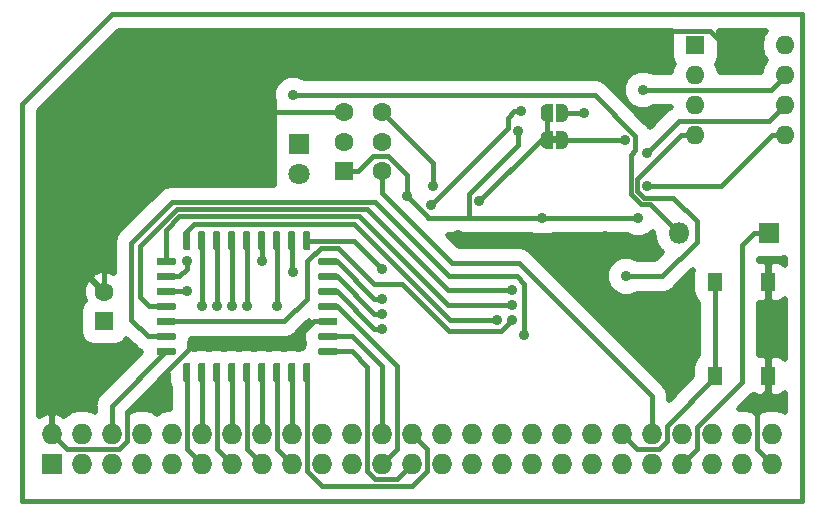
<source format=gtl>
G04 #@! TF.GenerationSoftware,KiCad,Pcbnew,5.0.2+dfsg1-1*
G04 #@! TF.CreationDate,2021-01-23T15:11:15+01:00*
G04 #@! TF.ProjectId,ramcard,72616d63-6172-4642-9e6b-696361645f70,2021*
G04 #@! TF.SameCoordinates,Original*
G04 #@! TF.FileFunction,Copper,L1,Top*
G04 #@! TF.FilePolarity,Positive*
%FSLAX46Y46*%
G04 Gerber Fmt 4.6, Leading zero omitted, Abs format (unit mm)*
G04 Created by KiCad (PCBNEW 5.0.2+dfsg1-1) date sam. 23 janv. 2021 15:11:15 CET*
%MOMM*%
%LPD*%
G01*
G04 APERTURE LIST*
G04 #@! TA.AperFunction,NonConductor*
%ADD10C,0.381000*%
G04 #@! TD*
G04 #@! TA.AperFunction,Conductor*
%ADD11C,0.150000*%
G04 #@! TD*
G04 #@! TA.AperFunction,SMDPad,CuDef*
%ADD12C,0.600000*%
G04 #@! TD*
G04 #@! TA.AperFunction,ComponentPad*
%ADD13R,1.600000X1.600000*%
G04 #@! TD*
G04 #@! TA.AperFunction,ComponentPad*
%ADD14O,1.600000X1.600000*%
G04 #@! TD*
G04 #@! TA.AperFunction,ComponentPad*
%ADD15C,1.600000*%
G04 #@! TD*
G04 #@! TA.AperFunction,ComponentPad*
%ADD16R,1.727200X1.727200*%
G04 #@! TD*
G04 #@! TA.AperFunction,ComponentPad*
%ADD17O,1.727200X1.727200*%
G04 #@! TD*
G04 #@! TA.AperFunction,ComponentPad*
%ADD18R,1.800000X1.800000*%
G04 #@! TD*
G04 #@! TA.AperFunction,ComponentPad*
%ADD19C,1.800000*%
G04 #@! TD*
G04 #@! TA.AperFunction,ComponentPad*
%ADD20O,1.800000X1.800000*%
G04 #@! TD*
G04 #@! TA.AperFunction,SMDPad,CuDef*
%ADD21R,1.300000X1.550000*%
G04 #@! TD*
G04 #@! TA.AperFunction,SMDPad,CuDef*
%ADD22C,0.500000*%
G04 #@! TD*
G04 #@! TA.AperFunction,ViaPad*
%ADD23C,0.889000*%
G04 #@! TD*
G04 #@! TA.AperFunction,Conductor*
%ADD24C,0.381000*%
G04 #@! TD*
G04 #@! TA.AperFunction,Conductor*
%ADD25C,0.482600*%
G04 #@! TD*
G04 APERTURE END LIST*
D10*
X45593000Y-33782000D02*
X53213000Y-26162000D01*
X53213000Y-26162000D02*
X111633000Y-26162000D01*
X45593000Y-33782000D02*
X45593000Y-67437000D01*
X45593000Y-67437000D02*
X111633000Y-67437000D01*
X111633000Y-67437000D02*
X111633000Y-26162000D01*
D11*
G04 #@! TO.N,VCC*
G04 #@! TO.C,U6*
G36*
X58470203Y-49357722D02*
X58484764Y-49359882D01*
X58499043Y-49363459D01*
X58512903Y-49368418D01*
X58526210Y-49374712D01*
X58538836Y-49382280D01*
X58550659Y-49391048D01*
X58561566Y-49400934D01*
X58571452Y-49411841D01*
X58580220Y-49423664D01*
X58587788Y-49436290D01*
X58594082Y-49449597D01*
X58599041Y-49463457D01*
X58602618Y-49477736D01*
X58604778Y-49492297D01*
X58605500Y-49507000D01*
X58605500Y-49807000D01*
X58604778Y-49821703D01*
X58602618Y-49836264D01*
X58599041Y-49850543D01*
X58594082Y-49864403D01*
X58587788Y-49877710D01*
X58580220Y-49890336D01*
X58571452Y-49902159D01*
X58561566Y-49913066D01*
X58550659Y-49922952D01*
X58538836Y-49931720D01*
X58526210Y-49939288D01*
X58512903Y-49945582D01*
X58499043Y-49950541D01*
X58484764Y-49954118D01*
X58470203Y-49956278D01*
X58455500Y-49957000D01*
X57155500Y-49957000D01*
X57140797Y-49956278D01*
X57126236Y-49954118D01*
X57111957Y-49950541D01*
X57098097Y-49945582D01*
X57084790Y-49939288D01*
X57072164Y-49931720D01*
X57060341Y-49922952D01*
X57049434Y-49913066D01*
X57039548Y-49902159D01*
X57030780Y-49890336D01*
X57023212Y-49877710D01*
X57016918Y-49864403D01*
X57011959Y-49850543D01*
X57008382Y-49836264D01*
X57006222Y-49821703D01*
X57005500Y-49807000D01*
X57005500Y-49507000D01*
X57006222Y-49492297D01*
X57008382Y-49477736D01*
X57011959Y-49463457D01*
X57016918Y-49449597D01*
X57023212Y-49436290D01*
X57030780Y-49423664D01*
X57039548Y-49411841D01*
X57049434Y-49400934D01*
X57060341Y-49391048D01*
X57072164Y-49382280D01*
X57084790Y-49374712D01*
X57098097Y-49368418D01*
X57111957Y-49363459D01*
X57126236Y-49359882D01*
X57140797Y-49357722D01*
X57155500Y-49357000D01*
X58455500Y-49357000D01*
X58470203Y-49357722D01*
X58470203Y-49357722D01*
G37*
D12*
G04 #@! TD*
G04 #@! TO.P,U6,32*
G04 #@! TO.N,VCC*
X57805500Y-49657000D03*
D11*
G04 #@! TO.N,//WE*
G04 #@! TO.C,U6*
G36*
X58470203Y-48087722D02*
X58484764Y-48089882D01*
X58499043Y-48093459D01*
X58512903Y-48098418D01*
X58526210Y-48104712D01*
X58538836Y-48112280D01*
X58550659Y-48121048D01*
X58561566Y-48130934D01*
X58571452Y-48141841D01*
X58580220Y-48153664D01*
X58587788Y-48166290D01*
X58594082Y-48179597D01*
X58599041Y-48193457D01*
X58602618Y-48207736D01*
X58604778Y-48222297D01*
X58605500Y-48237000D01*
X58605500Y-48537000D01*
X58604778Y-48551703D01*
X58602618Y-48566264D01*
X58599041Y-48580543D01*
X58594082Y-48594403D01*
X58587788Y-48607710D01*
X58580220Y-48620336D01*
X58571452Y-48632159D01*
X58561566Y-48643066D01*
X58550659Y-48652952D01*
X58538836Y-48661720D01*
X58526210Y-48669288D01*
X58512903Y-48675582D01*
X58499043Y-48680541D01*
X58484764Y-48684118D01*
X58470203Y-48686278D01*
X58455500Y-48687000D01*
X57155500Y-48687000D01*
X57140797Y-48686278D01*
X57126236Y-48684118D01*
X57111957Y-48680541D01*
X57098097Y-48675582D01*
X57084790Y-48669288D01*
X57072164Y-48661720D01*
X57060341Y-48652952D01*
X57049434Y-48643066D01*
X57039548Y-48632159D01*
X57030780Y-48620336D01*
X57023212Y-48607710D01*
X57016918Y-48594403D01*
X57011959Y-48580543D01*
X57008382Y-48566264D01*
X57006222Y-48551703D01*
X57005500Y-48537000D01*
X57005500Y-48237000D01*
X57006222Y-48222297D01*
X57008382Y-48207736D01*
X57011959Y-48193457D01*
X57016918Y-48179597D01*
X57023212Y-48166290D01*
X57030780Y-48153664D01*
X57039548Y-48141841D01*
X57049434Y-48130934D01*
X57060341Y-48121048D01*
X57072164Y-48112280D01*
X57084790Y-48104712D01*
X57098097Y-48098418D01*
X57111957Y-48093459D01*
X57126236Y-48089882D01*
X57140797Y-48087722D01*
X57155500Y-48087000D01*
X58455500Y-48087000D01*
X58470203Y-48087722D01*
X58470203Y-48087722D01*
G37*
D12*
G04 #@! TD*
G04 #@! TO.P,U6,31*
G04 #@! TO.N,//WE*
X57805500Y-48387000D03*
D11*
G04 #@! TO.N,/Q3*
G04 #@! TO.C,U6*
G36*
X58470203Y-46817722D02*
X58484764Y-46819882D01*
X58499043Y-46823459D01*
X58512903Y-46828418D01*
X58526210Y-46834712D01*
X58538836Y-46842280D01*
X58550659Y-46851048D01*
X58561566Y-46860934D01*
X58571452Y-46871841D01*
X58580220Y-46883664D01*
X58587788Y-46896290D01*
X58594082Y-46909597D01*
X58599041Y-46923457D01*
X58602618Y-46937736D01*
X58604778Y-46952297D01*
X58605500Y-46967000D01*
X58605500Y-47267000D01*
X58604778Y-47281703D01*
X58602618Y-47296264D01*
X58599041Y-47310543D01*
X58594082Y-47324403D01*
X58587788Y-47337710D01*
X58580220Y-47350336D01*
X58571452Y-47362159D01*
X58561566Y-47373066D01*
X58550659Y-47382952D01*
X58538836Y-47391720D01*
X58526210Y-47399288D01*
X58512903Y-47405582D01*
X58499043Y-47410541D01*
X58484764Y-47414118D01*
X58470203Y-47416278D01*
X58455500Y-47417000D01*
X57155500Y-47417000D01*
X57140797Y-47416278D01*
X57126236Y-47414118D01*
X57111957Y-47410541D01*
X57098097Y-47405582D01*
X57084790Y-47399288D01*
X57072164Y-47391720D01*
X57060341Y-47382952D01*
X57049434Y-47373066D01*
X57039548Y-47362159D01*
X57030780Y-47350336D01*
X57023212Y-47337710D01*
X57016918Y-47324403D01*
X57011959Y-47310543D01*
X57008382Y-47296264D01*
X57006222Y-47281703D01*
X57005500Y-47267000D01*
X57005500Y-46967000D01*
X57006222Y-46952297D01*
X57008382Y-46937736D01*
X57011959Y-46923457D01*
X57016918Y-46909597D01*
X57023212Y-46896290D01*
X57030780Y-46883664D01*
X57039548Y-46871841D01*
X57049434Y-46860934D01*
X57060341Y-46851048D01*
X57072164Y-46842280D01*
X57084790Y-46834712D01*
X57098097Y-46828418D01*
X57111957Y-46823459D01*
X57126236Y-46819882D01*
X57140797Y-46817722D01*
X57155500Y-46817000D01*
X58455500Y-46817000D01*
X58470203Y-46817722D01*
X58470203Y-46817722D01*
G37*
D12*
G04 #@! TD*
G04 #@! TO.P,U6,30*
G04 #@! TO.N,/Q3*
X57805500Y-47117000D03*
D11*
G04 #@! TO.N,/Q0*
G04 #@! TO.C,U6*
G36*
X59727703Y-44565222D02*
X59742264Y-44567382D01*
X59756543Y-44570959D01*
X59770403Y-44575918D01*
X59783710Y-44582212D01*
X59796336Y-44589780D01*
X59808159Y-44598548D01*
X59819066Y-44608434D01*
X59828952Y-44619341D01*
X59837720Y-44631164D01*
X59845288Y-44643790D01*
X59851582Y-44657097D01*
X59856541Y-44670957D01*
X59860118Y-44685236D01*
X59862278Y-44699797D01*
X59863000Y-44714500D01*
X59863000Y-46014500D01*
X59862278Y-46029203D01*
X59860118Y-46043764D01*
X59856541Y-46058043D01*
X59851582Y-46071903D01*
X59845288Y-46085210D01*
X59837720Y-46097836D01*
X59828952Y-46109659D01*
X59819066Y-46120566D01*
X59808159Y-46130452D01*
X59796336Y-46139220D01*
X59783710Y-46146788D01*
X59770403Y-46153082D01*
X59756543Y-46158041D01*
X59742264Y-46161618D01*
X59727703Y-46163778D01*
X59713000Y-46164500D01*
X59413000Y-46164500D01*
X59398297Y-46163778D01*
X59383736Y-46161618D01*
X59369457Y-46158041D01*
X59355597Y-46153082D01*
X59342290Y-46146788D01*
X59329664Y-46139220D01*
X59317841Y-46130452D01*
X59306934Y-46120566D01*
X59297048Y-46109659D01*
X59288280Y-46097836D01*
X59280712Y-46085210D01*
X59274418Y-46071903D01*
X59269459Y-46058043D01*
X59265882Y-46043764D01*
X59263722Y-46029203D01*
X59263000Y-46014500D01*
X59263000Y-44714500D01*
X59263722Y-44699797D01*
X59265882Y-44685236D01*
X59269459Y-44670957D01*
X59274418Y-44657097D01*
X59280712Y-44643790D01*
X59288280Y-44631164D01*
X59297048Y-44619341D01*
X59306934Y-44608434D01*
X59317841Y-44598548D01*
X59329664Y-44589780D01*
X59342290Y-44582212D01*
X59355597Y-44575918D01*
X59369457Y-44570959D01*
X59383736Y-44567382D01*
X59398297Y-44565222D01*
X59413000Y-44564500D01*
X59713000Y-44564500D01*
X59727703Y-44565222D01*
X59727703Y-44565222D01*
G37*
D12*
G04 #@! TD*
G04 #@! TO.P,U6,29*
G04 #@! TO.N,/Q0*
X59563000Y-45364500D03*
D11*
G04 #@! TO.N,/A13*
G04 #@! TO.C,U6*
G36*
X60997703Y-44565222D02*
X61012264Y-44567382D01*
X61026543Y-44570959D01*
X61040403Y-44575918D01*
X61053710Y-44582212D01*
X61066336Y-44589780D01*
X61078159Y-44598548D01*
X61089066Y-44608434D01*
X61098952Y-44619341D01*
X61107720Y-44631164D01*
X61115288Y-44643790D01*
X61121582Y-44657097D01*
X61126541Y-44670957D01*
X61130118Y-44685236D01*
X61132278Y-44699797D01*
X61133000Y-44714500D01*
X61133000Y-46014500D01*
X61132278Y-46029203D01*
X61130118Y-46043764D01*
X61126541Y-46058043D01*
X61121582Y-46071903D01*
X61115288Y-46085210D01*
X61107720Y-46097836D01*
X61098952Y-46109659D01*
X61089066Y-46120566D01*
X61078159Y-46130452D01*
X61066336Y-46139220D01*
X61053710Y-46146788D01*
X61040403Y-46153082D01*
X61026543Y-46158041D01*
X61012264Y-46161618D01*
X60997703Y-46163778D01*
X60983000Y-46164500D01*
X60683000Y-46164500D01*
X60668297Y-46163778D01*
X60653736Y-46161618D01*
X60639457Y-46158041D01*
X60625597Y-46153082D01*
X60612290Y-46146788D01*
X60599664Y-46139220D01*
X60587841Y-46130452D01*
X60576934Y-46120566D01*
X60567048Y-46109659D01*
X60558280Y-46097836D01*
X60550712Y-46085210D01*
X60544418Y-46071903D01*
X60539459Y-46058043D01*
X60535882Y-46043764D01*
X60533722Y-46029203D01*
X60533000Y-46014500D01*
X60533000Y-44714500D01*
X60533722Y-44699797D01*
X60535882Y-44685236D01*
X60539459Y-44670957D01*
X60544418Y-44657097D01*
X60550712Y-44643790D01*
X60558280Y-44631164D01*
X60567048Y-44619341D01*
X60576934Y-44608434D01*
X60587841Y-44598548D01*
X60599664Y-44589780D01*
X60612290Y-44582212D01*
X60625597Y-44575918D01*
X60639457Y-44570959D01*
X60653736Y-44567382D01*
X60668297Y-44565222D01*
X60683000Y-44564500D01*
X60983000Y-44564500D01*
X60997703Y-44565222D01*
X60997703Y-44565222D01*
G37*
D12*
G04 #@! TD*
G04 #@! TO.P,U6,28*
G04 #@! TO.N,/A13*
X60833000Y-45364500D03*
D11*
G04 #@! TO.N,/A8*
G04 #@! TO.C,U6*
G36*
X62267703Y-44565222D02*
X62282264Y-44567382D01*
X62296543Y-44570959D01*
X62310403Y-44575918D01*
X62323710Y-44582212D01*
X62336336Y-44589780D01*
X62348159Y-44598548D01*
X62359066Y-44608434D01*
X62368952Y-44619341D01*
X62377720Y-44631164D01*
X62385288Y-44643790D01*
X62391582Y-44657097D01*
X62396541Y-44670957D01*
X62400118Y-44685236D01*
X62402278Y-44699797D01*
X62403000Y-44714500D01*
X62403000Y-46014500D01*
X62402278Y-46029203D01*
X62400118Y-46043764D01*
X62396541Y-46058043D01*
X62391582Y-46071903D01*
X62385288Y-46085210D01*
X62377720Y-46097836D01*
X62368952Y-46109659D01*
X62359066Y-46120566D01*
X62348159Y-46130452D01*
X62336336Y-46139220D01*
X62323710Y-46146788D01*
X62310403Y-46153082D01*
X62296543Y-46158041D01*
X62282264Y-46161618D01*
X62267703Y-46163778D01*
X62253000Y-46164500D01*
X61953000Y-46164500D01*
X61938297Y-46163778D01*
X61923736Y-46161618D01*
X61909457Y-46158041D01*
X61895597Y-46153082D01*
X61882290Y-46146788D01*
X61869664Y-46139220D01*
X61857841Y-46130452D01*
X61846934Y-46120566D01*
X61837048Y-46109659D01*
X61828280Y-46097836D01*
X61820712Y-46085210D01*
X61814418Y-46071903D01*
X61809459Y-46058043D01*
X61805882Y-46043764D01*
X61803722Y-46029203D01*
X61803000Y-46014500D01*
X61803000Y-44714500D01*
X61803722Y-44699797D01*
X61805882Y-44685236D01*
X61809459Y-44670957D01*
X61814418Y-44657097D01*
X61820712Y-44643790D01*
X61828280Y-44631164D01*
X61837048Y-44619341D01*
X61846934Y-44608434D01*
X61857841Y-44598548D01*
X61869664Y-44589780D01*
X61882290Y-44582212D01*
X61895597Y-44575918D01*
X61909457Y-44570959D01*
X61923736Y-44567382D01*
X61938297Y-44565222D01*
X61953000Y-44564500D01*
X62253000Y-44564500D01*
X62267703Y-44565222D01*
X62267703Y-44565222D01*
G37*
D12*
G04 #@! TD*
G04 #@! TO.P,U6,27*
G04 #@! TO.N,/A8*
X62103000Y-45364500D03*
D11*
G04 #@! TO.N,/A9*
G04 #@! TO.C,U6*
G36*
X63537703Y-44565222D02*
X63552264Y-44567382D01*
X63566543Y-44570959D01*
X63580403Y-44575918D01*
X63593710Y-44582212D01*
X63606336Y-44589780D01*
X63618159Y-44598548D01*
X63629066Y-44608434D01*
X63638952Y-44619341D01*
X63647720Y-44631164D01*
X63655288Y-44643790D01*
X63661582Y-44657097D01*
X63666541Y-44670957D01*
X63670118Y-44685236D01*
X63672278Y-44699797D01*
X63673000Y-44714500D01*
X63673000Y-46014500D01*
X63672278Y-46029203D01*
X63670118Y-46043764D01*
X63666541Y-46058043D01*
X63661582Y-46071903D01*
X63655288Y-46085210D01*
X63647720Y-46097836D01*
X63638952Y-46109659D01*
X63629066Y-46120566D01*
X63618159Y-46130452D01*
X63606336Y-46139220D01*
X63593710Y-46146788D01*
X63580403Y-46153082D01*
X63566543Y-46158041D01*
X63552264Y-46161618D01*
X63537703Y-46163778D01*
X63523000Y-46164500D01*
X63223000Y-46164500D01*
X63208297Y-46163778D01*
X63193736Y-46161618D01*
X63179457Y-46158041D01*
X63165597Y-46153082D01*
X63152290Y-46146788D01*
X63139664Y-46139220D01*
X63127841Y-46130452D01*
X63116934Y-46120566D01*
X63107048Y-46109659D01*
X63098280Y-46097836D01*
X63090712Y-46085210D01*
X63084418Y-46071903D01*
X63079459Y-46058043D01*
X63075882Y-46043764D01*
X63073722Y-46029203D01*
X63073000Y-46014500D01*
X63073000Y-44714500D01*
X63073722Y-44699797D01*
X63075882Y-44685236D01*
X63079459Y-44670957D01*
X63084418Y-44657097D01*
X63090712Y-44643790D01*
X63098280Y-44631164D01*
X63107048Y-44619341D01*
X63116934Y-44608434D01*
X63127841Y-44598548D01*
X63139664Y-44589780D01*
X63152290Y-44582212D01*
X63165597Y-44575918D01*
X63179457Y-44570959D01*
X63193736Y-44567382D01*
X63208297Y-44565222D01*
X63223000Y-44564500D01*
X63523000Y-44564500D01*
X63537703Y-44565222D01*
X63537703Y-44565222D01*
G37*
D12*
G04 #@! TD*
G04 #@! TO.P,U6,26*
G04 #@! TO.N,/A9*
X63373000Y-45364500D03*
D11*
G04 #@! TO.N,/A11*
G04 #@! TO.C,U6*
G36*
X64807703Y-44565222D02*
X64822264Y-44567382D01*
X64836543Y-44570959D01*
X64850403Y-44575918D01*
X64863710Y-44582212D01*
X64876336Y-44589780D01*
X64888159Y-44598548D01*
X64899066Y-44608434D01*
X64908952Y-44619341D01*
X64917720Y-44631164D01*
X64925288Y-44643790D01*
X64931582Y-44657097D01*
X64936541Y-44670957D01*
X64940118Y-44685236D01*
X64942278Y-44699797D01*
X64943000Y-44714500D01*
X64943000Y-46014500D01*
X64942278Y-46029203D01*
X64940118Y-46043764D01*
X64936541Y-46058043D01*
X64931582Y-46071903D01*
X64925288Y-46085210D01*
X64917720Y-46097836D01*
X64908952Y-46109659D01*
X64899066Y-46120566D01*
X64888159Y-46130452D01*
X64876336Y-46139220D01*
X64863710Y-46146788D01*
X64850403Y-46153082D01*
X64836543Y-46158041D01*
X64822264Y-46161618D01*
X64807703Y-46163778D01*
X64793000Y-46164500D01*
X64493000Y-46164500D01*
X64478297Y-46163778D01*
X64463736Y-46161618D01*
X64449457Y-46158041D01*
X64435597Y-46153082D01*
X64422290Y-46146788D01*
X64409664Y-46139220D01*
X64397841Y-46130452D01*
X64386934Y-46120566D01*
X64377048Y-46109659D01*
X64368280Y-46097836D01*
X64360712Y-46085210D01*
X64354418Y-46071903D01*
X64349459Y-46058043D01*
X64345882Y-46043764D01*
X64343722Y-46029203D01*
X64343000Y-46014500D01*
X64343000Y-44714500D01*
X64343722Y-44699797D01*
X64345882Y-44685236D01*
X64349459Y-44670957D01*
X64354418Y-44657097D01*
X64360712Y-44643790D01*
X64368280Y-44631164D01*
X64377048Y-44619341D01*
X64386934Y-44608434D01*
X64397841Y-44598548D01*
X64409664Y-44589780D01*
X64422290Y-44582212D01*
X64435597Y-44575918D01*
X64449457Y-44570959D01*
X64463736Y-44567382D01*
X64478297Y-44565222D01*
X64493000Y-44564500D01*
X64793000Y-44564500D01*
X64807703Y-44565222D01*
X64807703Y-44565222D01*
G37*
D12*
G04 #@! TD*
G04 #@! TO.P,U6,25*
G04 #@! TO.N,/A11*
X64643000Y-45364500D03*
D11*
G04 #@! TO.N,ROMEN*
G04 #@! TO.C,U6*
G36*
X66077703Y-44565222D02*
X66092264Y-44567382D01*
X66106543Y-44570959D01*
X66120403Y-44575918D01*
X66133710Y-44582212D01*
X66146336Y-44589780D01*
X66158159Y-44598548D01*
X66169066Y-44608434D01*
X66178952Y-44619341D01*
X66187720Y-44631164D01*
X66195288Y-44643790D01*
X66201582Y-44657097D01*
X66206541Y-44670957D01*
X66210118Y-44685236D01*
X66212278Y-44699797D01*
X66213000Y-44714500D01*
X66213000Y-46014500D01*
X66212278Y-46029203D01*
X66210118Y-46043764D01*
X66206541Y-46058043D01*
X66201582Y-46071903D01*
X66195288Y-46085210D01*
X66187720Y-46097836D01*
X66178952Y-46109659D01*
X66169066Y-46120566D01*
X66158159Y-46130452D01*
X66146336Y-46139220D01*
X66133710Y-46146788D01*
X66120403Y-46153082D01*
X66106543Y-46158041D01*
X66092264Y-46161618D01*
X66077703Y-46163778D01*
X66063000Y-46164500D01*
X65763000Y-46164500D01*
X65748297Y-46163778D01*
X65733736Y-46161618D01*
X65719457Y-46158041D01*
X65705597Y-46153082D01*
X65692290Y-46146788D01*
X65679664Y-46139220D01*
X65667841Y-46130452D01*
X65656934Y-46120566D01*
X65647048Y-46109659D01*
X65638280Y-46097836D01*
X65630712Y-46085210D01*
X65624418Y-46071903D01*
X65619459Y-46058043D01*
X65615882Y-46043764D01*
X65613722Y-46029203D01*
X65613000Y-46014500D01*
X65613000Y-44714500D01*
X65613722Y-44699797D01*
X65615882Y-44685236D01*
X65619459Y-44670957D01*
X65624418Y-44657097D01*
X65630712Y-44643790D01*
X65638280Y-44631164D01*
X65647048Y-44619341D01*
X65656934Y-44608434D01*
X65667841Y-44598548D01*
X65679664Y-44589780D01*
X65692290Y-44582212D01*
X65705597Y-44575918D01*
X65719457Y-44570959D01*
X65733736Y-44567382D01*
X65748297Y-44565222D01*
X65763000Y-44564500D01*
X66063000Y-44564500D01*
X66077703Y-44565222D01*
X66077703Y-44565222D01*
G37*
D12*
G04 #@! TD*
G04 #@! TO.P,U6,24*
G04 #@! TO.N,ROMEN*
X65913000Y-45364500D03*
D11*
G04 #@! TO.N,/A10*
G04 #@! TO.C,U6*
G36*
X67347703Y-44565222D02*
X67362264Y-44567382D01*
X67376543Y-44570959D01*
X67390403Y-44575918D01*
X67403710Y-44582212D01*
X67416336Y-44589780D01*
X67428159Y-44598548D01*
X67439066Y-44608434D01*
X67448952Y-44619341D01*
X67457720Y-44631164D01*
X67465288Y-44643790D01*
X67471582Y-44657097D01*
X67476541Y-44670957D01*
X67480118Y-44685236D01*
X67482278Y-44699797D01*
X67483000Y-44714500D01*
X67483000Y-46014500D01*
X67482278Y-46029203D01*
X67480118Y-46043764D01*
X67476541Y-46058043D01*
X67471582Y-46071903D01*
X67465288Y-46085210D01*
X67457720Y-46097836D01*
X67448952Y-46109659D01*
X67439066Y-46120566D01*
X67428159Y-46130452D01*
X67416336Y-46139220D01*
X67403710Y-46146788D01*
X67390403Y-46153082D01*
X67376543Y-46158041D01*
X67362264Y-46161618D01*
X67347703Y-46163778D01*
X67333000Y-46164500D01*
X67033000Y-46164500D01*
X67018297Y-46163778D01*
X67003736Y-46161618D01*
X66989457Y-46158041D01*
X66975597Y-46153082D01*
X66962290Y-46146788D01*
X66949664Y-46139220D01*
X66937841Y-46130452D01*
X66926934Y-46120566D01*
X66917048Y-46109659D01*
X66908280Y-46097836D01*
X66900712Y-46085210D01*
X66894418Y-46071903D01*
X66889459Y-46058043D01*
X66885882Y-46043764D01*
X66883722Y-46029203D01*
X66883000Y-46014500D01*
X66883000Y-44714500D01*
X66883722Y-44699797D01*
X66885882Y-44685236D01*
X66889459Y-44670957D01*
X66894418Y-44657097D01*
X66900712Y-44643790D01*
X66908280Y-44631164D01*
X66917048Y-44619341D01*
X66926934Y-44608434D01*
X66937841Y-44598548D01*
X66949664Y-44589780D01*
X66962290Y-44582212D01*
X66975597Y-44575918D01*
X66989457Y-44570959D01*
X67003736Y-44567382D01*
X67018297Y-44565222D01*
X67033000Y-44564500D01*
X67333000Y-44564500D01*
X67347703Y-44565222D01*
X67347703Y-44565222D01*
G37*
D12*
G04 #@! TD*
G04 #@! TO.P,U6,23*
G04 #@! TO.N,/A10*
X67183000Y-45364500D03*
D11*
G04 #@! TO.N,//CE*
G04 #@! TO.C,U6*
G36*
X68617703Y-44565222D02*
X68632264Y-44567382D01*
X68646543Y-44570959D01*
X68660403Y-44575918D01*
X68673710Y-44582212D01*
X68686336Y-44589780D01*
X68698159Y-44598548D01*
X68709066Y-44608434D01*
X68718952Y-44619341D01*
X68727720Y-44631164D01*
X68735288Y-44643790D01*
X68741582Y-44657097D01*
X68746541Y-44670957D01*
X68750118Y-44685236D01*
X68752278Y-44699797D01*
X68753000Y-44714500D01*
X68753000Y-46014500D01*
X68752278Y-46029203D01*
X68750118Y-46043764D01*
X68746541Y-46058043D01*
X68741582Y-46071903D01*
X68735288Y-46085210D01*
X68727720Y-46097836D01*
X68718952Y-46109659D01*
X68709066Y-46120566D01*
X68698159Y-46130452D01*
X68686336Y-46139220D01*
X68673710Y-46146788D01*
X68660403Y-46153082D01*
X68646543Y-46158041D01*
X68632264Y-46161618D01*
X68617703Y-46163778D01*
X68603000Y-46164500D01*
X68303000Y-46164500D01*
X68288297Y-46163778D01*
X68273736Y-46161618D01*
X68259457Y-46158041D01*
X68245597Y-46153082D01*
X68232290Y-46146788D01*
X68219664Y-46139220D01*
X68207841Y-46130452D01*
X68196934Y-46120566D01*
X68187048Y-46109659D01*
X68178280Y-46097836D01*
X68170712Y-46085210D01*
X68164418Y-46071903D01*
X68159459Y-46058043D01*
X68155882Y-46043764D01*
X68153722Y-46029203D01*
X68153000Y-46014500D01*
X68153000Y-44714500D01*
X68153722Y-44699797D01*
X68155882Y-44685236D01*
X68159459Y-44670957D01*
X68164418Y-44657097D01*
X68170712Y-44643790D01*
X68178280Y-44631164D01*
X68187048Y-44619341D01*
X68196934Y-44608434D01*
X68207841Y-44598548D01*
X68219664Y-44589780D01*
X68232290Y-44582212D01*
X68245597Y-44575918D01*
X68259457Y-44570959D01*
X68273736Y-44567382D01*
X68288297Y-44565222D01*
X68303000Y-44564500D01*
X68603000Y-44564500D01*
X68617703Y-44565222D01*
X68617703Y-44565222D01*
G37*
D12*
G04 #@! TD*
G04 #@! TO.P,U6,22*
G04 #@! TO.N,//CE*
X68453000Y-45364500D03*
D11*
G04 #@! TO.N,/D7*
G04 #@! TO.C,U6*
G36*
X69887703Y-44565222D02*
X69902264Y-44567382D01*
X69916543Y-44570959D01*
X69930403Y-44575918D01*
X69943710Y-44582212D01*
X69956336Y-44589780D01*
X69968159Y-44598548D01*
X69979066Y-44608434D01*
X69988952Y-44619341D01*
X69997720Y-44631164D01*
X70005288Y-44643790D01*
X70011582Y-44657097D01*
X70016541Y-44670957D01*
X70020118Y-44685236D01*
X70022278Y-44699797D01*
X70023000Y-44714500D01*
X70023000Y-46014500D01*
X70022278Y-46029203D01*
X70020118Y-46043764D01*
X70016541Y-46058043D01*
X70011582Y-46071903D01*
X70005288Y-46085210D01*
X69997720Y-46097836D01*
X69988952Y-46109659D01*
X69979066Y-46120566D01*
X69968159Y-46130452D01*
X69956336Y-46139220D01*
X69943710Y-46146788D01*
X69930403Y-46153082D01*
X69916543Y-46158041D01*
X69902264Y-46161618D01*
X69887703Y-46163778D01*
X69873000Y-46164500D01*
X69573000Y-46164500D01*
X69558297Y-46163778D01*
X69543736Y-46161618D01*
X69529457Y-46158041D01*
X69515597Y-46153082D01*
X69502290Y-46146788D01*
X69489664Y-46139220D01*
X69477841Y-46130452D01*
X69466934Y-46120566D01*
X69457048Y-46109659D01*
X69448280Y-46097836D01*
X69440712Y-46085210D01*
X69434418Y-46071903D01*
X69429459Y-46058043D01*
X69425882Y-46043764D01*
X69423722Y-46029203D01*
X69423000Y-46014500D01*
X69423000Y-44714500D01*
X69423722Y-44699797D01*
X69425882Y-44685236D01*
X69429459Y-44670957D01*
X69434418Y-44657097D01*
X69440712Y-44643790D01*
X69448280Y-44631164D01*
X69457048Y-44619341D01*
X69466934Y-44608434D01*
X69477841Y-44598548D01*
X69489664Y-44589780D01*
X69502290Y-44582212D01*
X69515597Y-44575918D01*
X69529457Y-44570959D01*
X69543736Y-44567382D01*
X69558297Y-44565222D01*
X69573000Y-44564500D01*
X69873000Y-44564500D01*
X69887703Y-44565222D01*
X69887703Y-44565222D01*
G37*
D12*
G04 #@! TD*
G04 #@! TO.P,U6,21*
G04 #@! TO.N,/D7*
X69723000Y-45364500D03*
D11*
G04 #@! TO.N,/D6*
G04 #@! TO.C,U6*
G36*
X72145203Y-46817722D02*
X72159764Y-46819882D01*
X72174043Y-46823459D01*
X72187903Y-46828418D01*
X72201210Y-46834712D01*
X72213836Y-46842280D01*
X72225659Y-46851048D01*
X72236566Y-46860934D01*
X72246452Y-46871841D01*
X72255220Y-46883664D01*
X72262788Y-46896290D01*
X72269082Y-46909597D01*
X72274041Y-46923457D01*
X72277618Y-46937736D01*
X72279778Y-46952297D01*
X72280500Y-46967000D01*
X72280500Y-47267000D01*
X72279778Y-47281703D01*
X72277618Y-47296264D01*
X72274041Y-47310543D01*
X72269082Y-47324403D01*
X72262788Y-47337710D01*
X72255220Y-47350336D01*
X72246452Y-47362159D01*
X72236566Y-47373066D01*
X72225659Y-47382952D01*
X72213836Y-47391720D01*
X72201210Y-47399288D01*
X72187903Y-47405582D01*
X72174043Y-47410541D01*
X72159764Y-47414118D01*
X72145203Y-47416278D01*
X72130500Y-47417000D01*
X70830500Y-47417000D01*
X70815797Y-47416278D01*
X70801236Y-47414118D01*
X70786957Y-47410541D01*
X70773097Y-47405582D01*
X70759790Y-47399288D01*
X70747164Y-47391720D01*
X70735341Y-47382952D01*
X70724434Y-47373066D01*
X70714548Y-47362159D01*
X70705780Y-47350336D01*
X70698212Y-47337710D01*
X70691918Y-47324403D01*
X70686959Y-47310543D01*
X70683382Y-47296264D01*
X70681222Y-47281703D01*
X70680500Y-47267000D01*
X70680500Y-46967000D01*
X70681222Y-46952297D01*
X70683382Y-46937736D01*
X70686959Y-46923457D01*
X70691918Y-46909597D01*
X70698212Y-46896290D01*
X70705780Y-46883664D01*
X70714548Y-46871841D01*
X70724434Y-46860934D01*
X70735341Y-46851048D01*
X70747164Y-46842280D01*
X70759790Y-46834712D01*
X70773097Y-46828418D01*
X70786957Y-46823459D01*
X70801236Y-46819882D01*
X70815797Y-46817722D01*
X70830500Y-46817000D01*
X72130500Y-46817000D01*
X72145203Y-46817722D01*
X72145203Y-46817722D01*
G37*
D12*
G04 #@! TD*
G04 #@! TO.P,U6,20*
G04 #@! TO.N,/D6*
X71480500Y-47117000D03*
D11*
G04 #@! TO.N,/D5*
G04 #@! TO.C,U6*
G36*
X72145203Y-48087722D02*
X72159764Y-48089882D01*
X72174043Y-48093459D01*
X72187903Y-48098418D01*
X72201210Y-48104712D01*
X72213836Y-48112280D01*
X72225659Y-48121048D01*
X72236566Y-48130934D01*
X72246452Y-48141841D01*
X72255220Y-48153664D01*
X72262788Y-48166290D01*
X72269082Y-48179597D01*
X72274041Y-48193457D01*
X72277618Y-48207736D01*
X72279778Y-48222297D01*
X72280500Y-48237000D01*
X72280500Y-48537000D01*
X72279778Y-48551703D01*
X72277618Y-48566264D01*
X72274041Y-48580543D01*
X72269082Y-48594403D01*
X72262788Y-48607710D01*
X72255220Y-48620336D01*
X72246452Y-48632159D01*
X72236566Y-48643066D01*
X72225659Y-48652952D01*
X72213836Y-48661720D01*
X72201210Y-48669288D01*
X72187903Y-48675582D01*
X72174043Y-48680541D01*
X72159764Y-48684118D01*
X72145203Y-48686278D01*
X72130500Y-48687000D01*
X70830500Y-48687000D01*
X70815797Y-48686278D01*
X70801236Y-48684118D01*
X70786957Y-48680541D01*
X70773097Y-48675582D01*
X70759790Y-48669288D01*
X70747164Y-48661720D01*
X70735341Y-48652952D01*
X70724434Y-48643066D01*
X70714548Y-48632159D01*
X70705780Y-48620336D01*
X70698212Y-48607710D01*
X70691918Y-48594403D01*
X70686959Y-48580543D01*
X70683382Y-48566264D01*
X70681222Y-48551703D01*
X70680500Y-48537000D01*
X70680500Y-48237000D01*
X70681222Y-48222297D01*
X70683382Y-48207736D01*
X70686959Y-48193457D01*
X70691918Y-48179597D01*
X70698212Y-48166290D01*
X70705780Y-48153664D01*
X70714548Y-48141841D01*
X70724434Y-48130934D01*
X70735341Y-48121048D01*
X70747164Y-48112280D01*
X70759790Y-48104712D01*
X70773097Y-48098418D01*
X70786957Y-48093459D01*
X70801236Y-48089882D01*
X70815797Y-48087722D01*
X70830500Y-48087000D01*
X72130500Y-48087000D01*
X72145203Y-48087722D01*
X72145203Y-48087722D01*
G37*
D12*
G04 #@! TD*
G04 #@! TO.P,U6,19*
G04 #@! TO.N,/D5*
X71480500Y-48387000D03*
D11*
G04 #@! TO.N,/D4*
G04 #@! TO.C,U6*
G36*
X72145203Y-49357722D02*
X72159764Y-49359882D01*
X72174043Y-49363459D01*
X72187903Y-49368418D01*
X72201210Y-49374712D01*
X72213836Y-49382280D01*
X72225659Y-49391048D01*
X72236566Y-49400934D01*
X72246452Y-49411841D01*
X72255220Y-49423664D01*
X72262788Y-49436290D01*
X72269082Y-49449597D01*
X72274041Y-49463457D01*
X72277618Y-49477736D01*
X72279778Y-49492297D01*
X72280500Y-49507000D01*
X72280500Y-49807000D01*
X72279778Y-49821703D01*
X72277618Y-49836264D01*
X72274041Y-49850543D01*
X72269082Y-49864403D01*
X72262788Y-49877710D01*
X72255220Y-49890336D01*
X72246452Y-49902159D01*
X72236566Y-49913066D01*
X72225659Y-49922952D01*
X72213836Y-49931720D01*
X72201210Y-49939288D01*
X72187903Y-49945582D01*
X72174043Y-49950541D01*
X72159764Y-49954118D01*
X72145203Y-49956278D01*
X72130500Y-49957000D01*
X70830500Y-49957000D01*
X70815797Y-49956278D01*
X70801236Y-49954118D01*
X70786957Y-49950541D01*
X70773097Y-49945582D01*
X70759790Y-49939288D01*
X70747164Y-49931720D01*
X70735341Y-49922952D01*
X70724434Y-49913066D01*
X70714548Y-49902159D01*
X70705780Y-49890336D01*
X70698212Y-49877710D01*
X70691918Y-49864403D01*
X70686959Y-49850543D01*
X70683382Y-49836264D01*
X70681222Y-49821703D01*
X70680500Y-49807000D01*
X70680500Y-49507000D01*
X70681222Y-49492297D01*
X70683382Y-49477736D01*
X70686959Y-49463457D01*
X70691918Y-49449597D01*
X70698212Y-49436290D01*
X70705780Y-49423664D01*
X70714548Y-49411841D01*
X70724434Y-49400934D01*
X70735341Y-49391048D01*
X70747164Y-49382280D01*
X70759790Y-49374712D01*
X70773097Y-49368418D01*
X70786957Y-49363459D01*
X70801236Y-49359882D01*
X70815797Y-49357722D01*
X70830500Y-49357000D01*
X72130500Y-49357000D01*
X72145203Y-49357722D01*
X72145203Y-49357722D01*
G37*
D12*
G04 #@! TD*
G04 #@! TO.P,U6,18*
G04 #@! TO.N,/D4*
X71480500Y-49657000D03*
D11*
G04 #@! TO.N,/D3*
G04 #@! TO.C,U6*
G36*
X72145203Y-50627722D02*
X72159764Y-50629882D01*
X72174043Y-50633459D01*
X72187903Y-50638418D01*
X72201210Y-50644712D01*
X72213836Y-50652280D01*
X72225659Y-50661048D01*
X72236566Y-50670934D01*
X72246452Y-50681841D01*
X72255220Y-50693664D01*
X72262788Y-50706290D01*
X72269082Y-50719597D01*
X72274041Y-50733457D01*
X72277618Y-50747736D01*
X72279778Y-50762297D01*
X72280500Y-50777000D01*
X72280500Y-51077000D01*
X72279778Y-51091703D01*
X72277618Y-51106264D01*
X72274041Y-51120543D01*
X72269082Y-51134403D01*
X72262788Y-51147710D01*
X72255220Y-51160336D01*
X72246452Y-51172159D01*
X72236566Y-51183066D01*
X72225659Y-51192952D01*
X72213836Y-51201720D01*
X72201210Y-51209288D01*
X72187903Y-51215582D01*
X72174043Y-51220541D01*
X72159764Y-51224118D01*
X72145203Y-51226278D01*
X72130500Y-51227000D01*
X70830500Y-51227000D01*
X70815797Y-51226278D01*
X70801236Y-51224118D01*
X70786957Y-51220541D01*
X70773097Y-51215582D01*
X70759790Y-51209288D01*
X70747164Y-51201720D01*
X70735341Y-51192952D01*
X70724434Y-51183066D01*
X70714548Y-51172159D01*
X70705780Y-51160336D01*
X70698212Y-51147710D01*
X70691918Y-51134403D01*
X70686959Y-51120543D01*
X70683382Y-51106264D01*
X70681222Y-51091703D01*
X70680500Y-51077000D01*
X70680500Y-50777000D01*
X70681222Y-50762297D01*
X70683382Y-50747736D01*
X70686959Y-50733457D01*
X70691918Y-50719597D01*
X70698212Y-50706290D01*
X70705780Y-50693664D01*
X70714548Y-50681841D01*
X70724434Y-50670934D01*
X70735341Y-50661048D01*
X70747164Y-50652280D01*
X70759790Y-50644712D01*
X70773097Y-50638418D01*
X70786957Y-50633459D01*
X70801236Y-50629882D01*
X70815797Y-50627722D01*
X70830500Y-50627000D01*
X72130500Y-50627000D01*
X72145203Y-50627722D01*
X72145203Y-50627722D01*
G37*
D12*
G04 #@! TD*
G04 #@! TO.P,U6,17*
G04 #@! TO.N,/D3*
X71480500Y-50927000D03*
D11*
G04 #@! TO.N,GND*
G04 #@! TO.C,U6*
G36*
X72145203Y-51897722D02*
X72159764Y-51899882D01*
X72174043Y-51903459D01*
X72187903Y-51908418D01*
X72201210Y-51914712D01*
X72213836Y-51922280D01*
X72225659Y-51931048D01*
X72236566Y-51940934D01*
X72246452Y-51951841D01*
X72255220Y-51963664D01*
X72262788Y-51976290D01*
X72269082Y-51989597D01*
X72274041Y-52003457D01*
X72277618Y-52017736D01*
X72279778Y-52032297D01*
X72280500Y-52047000D01*
X72280500Y-52347000D01*
X72279778Y-52361703D01*
X72277618Y-52376264D01*
X72274041Y-52390543D01*
X72269082Y-52404403D01*
X72262788Y-52417710D01*
X72255220Y-52430336D01*
X72246452Y-52442159D01*
X72236566Y-52453066D01*
X72225659Y-52462952D01*
X72213836Y-52471720D01*
X72201210Y-52479288D01*
X72187903Y-52485582D01*
X72174043Y-52490541D01*
X72159764Y-52494118D01*
X72145203Y-52496278D01*
X72130500Y-52497000D01*
X70830500Y-52497000D01*
X70815797Y-52496278D01*
X70801236Y-52494118D01*
X70786957Y-52490541D01*
X70773097Y-52485582D01*
X70759790Y-52479288D01*
X70747164Y-52471720D01*
X70735341Y-52462952D01*
X70724434Y-52453066D01*
X70714548Y-52442159D01*
X70705780Y-52430336D01*
X70698212Y-52417710D01*
X70691918Y-52404403D01*
X70686959Y-52390543D01*
X70683382Y-52376264D01*
X70681222Y-52361703D01*
X70680500Y-52347000D01*
X70680500Y-52047000D01*
X70681222Y-52032297D01*
X70683382Y-52017736D01*
X70686959Y-52003457D01*
X70691918Y-51989597D01*
X70698212Y-51976290D01*
X70705780Y-51963664D01*
X70714548Y-51951841D01*
X70724434Y-51940934D01*
X70735341Y-51931048D01*
X70747164Y-51922280D01*
X70759790Y-51914712D01*
X70773097Y-51908418D01*
X70786957Y-51903459D01*
X70801236Y-51899882D01*
X70815797Y-51897722D01*
X70830500Y-51897000D01*
X72130500Y-51897000D01*
X72145203Y-51897722D01*
X72145203Y-51897722D01*
G37*
D12*
G04 #@! TD*
G04 #@! TO.P,U6,16*
G04 #@! TO.N,GND*
X71480500Y-52197000D03*
D11*
G04 #@! TO.N,/D2*
G04 #@! TO.C,U6*
G36*
X72145203Y-53167722D02*
X72159764Y-53169882D01*
X72174043Y-53173459D01*
X72187903Y-53178418D01*
X72201210Y-53184712D01*
X72213836Y-53192280D01*
X72225659Y-53201048D01*
X72236566Y-53210934D01*
X72246452Y-53221841D01*
X72255220Y-53233664D01*
X72262788Y-53246290D01*
X72269082Y-53259597D01*
X72274041Y-53273457D01*
X72277618Y-53287736D01*
X72279778Y-53302297D01*
X72280500Y-53317000D01*
X72280500Y-53617000D01*
X72279778Y-53631703D01*
X72277618Y-53646264D01*
X72274041Y-53660543D01*
X72269082Y-53674403D01*
X72262788Y-53687710D01*
X72255220Y-53700336D01*
X72246452Y-53712159D01*
X72236566Y-53723066D01*
X72225659Y-53732952D01*
X72213836Y-53741720D01*
X72201210Y-53749288D01*
X72187903Y-53755582D01*
X72174043Y-53760541D01*
X72159764Y-53764118D01*
X72145203Y-53766278D01*
X72130500Y-53767000D01*
X70830500Y-53767000D01*
X70815797Y-53766278D01*
X70801236Y-53764118D01*
X70786957Y-53760541D01*
X70773097Y-53755582D01*
X70759790Y-53749288D01*
X70747164Y-53741720D01*
X70735341Y-53732952D01*
X70724434Y-53723066D01*
X70714548Y-53712159D01*
X70705780Y-53700336D01*
X70698212Y-53687710D01*
X70691918Y-53674403D01*
X70686959Y-53660543D01*
X70683382Y-53646264D01*
X70681222Y-53631703D01*
X70680500Y-53617000D01*
X70680500Y-53317000D01*
X70681222Y-53302297D01*
X70683382Y-53287736D01*
X70686959Y-53273457D01*
X70691918Y-53259597D01*
X70698212Y-53246290D01*
X70705780Y-53233664D01*
X70714548Y-53221841D01*
X70724434Y-53210934D01*
X70735341Y-53201048D01*
X70747164Y-53192280D01*
X70759790Y-53184712D01*
X70773097Y-53178418D01*
X70786957Y-53173459D01*
X70801236Y-53169882D01*
X70815797Y-53167722D01*
X70830500Y-53167000D01*
X72130500Y-53167000D01*
X72145203Y-53167722D01*
X72145203Y-53167722D01*
G37*
D12*
G04 #@! TD*
G04 #@! TO.P,U6,15*
G04 #@! TO.N,/D2*
X71480500Y-53467000D03*
D11*
G04 #@! TO.N,/D1*
G04 #@! TO.C,U6*
G36*
X72145203Y-54437722D02*
X72159764Y-54439882D01*
X72174043Y-54443459D01*
X72187903Y-54448418D01*
X72201210Y-54454712D01*
X72213836Y-54462280D01*
X72225659Y-54471048D01*
X72236566Y-54480934D01*
X72246452Y-54491841D01*
X72255220Y-54503664D01*
X72262788Y-54516290D01*
X72269082Y-54529597D01*
X72274041Y-54543457D01*
X72277618Y-54557736D01*
X72279778Y-54572297D01*
X72280500Y-54587000D01*
X72280500Y-54887000D01*
X72279778Y-54901703D01*
X72277618Y-54916264D01*
X72274041Y-54930543D01*
X72269082Y-54944403D01*
X72262788Y-54957710D01*
X72255220Y-54970336D01*
X72246452Y-54982159D01*
X72236566Y-54993066D01*
X72225659Y-55002952D01*
X72213836Y-55011720D01*
X72201210Y-55019288D01*
X72187903Y-55025582D01*
X72174043Y-55030541D01*
X72159764Y-55034118D01*
X72145203Y-55036278D01*
X72130500Y-55037000D01*
X70830500Y-55037000D01*
X70815797Y-55036278D01*
X70801236Y-55034118D01*
X70786957Y-55030541D01*
X70773097Y-55025582D01*
X70759790Y-55019288D01*
X70747164Y-55011720D01*
X70735341Y-55002952D01*
X70724434Y-54993066D01*
X70714548Y-54982159D01*
X70705780Y-54970336D01*
X70698212Y-54957710D01*
X70691918Y-54944403D01*
X70686959Y-54930543D01*
X70683382Y-54916264D01*
X70681222Y-54901703D01*
X70680500Y-54887000D01*
X70680500Y-54587000D01*
X70681222Y-54572297D01*
X70683382Y-54557736D01*
X70686959Y-54543457D01*
X70691918Y-54529597D01*
X70698212Y-54516290D01*
X70705780Y-54503664D01*
X70714548Y-54491841D01*
X70724434Y-54480934D01*
X70735341Y-54471048D01*
X70747164Y-54462280D01*
X70759790Y-54454712D01*
X70773097Y-54448418D01*
X70786957Y-54443459D01*
X70801236Y-54439882D01*
X70815797Y-54437722D01*
X70830500Y-54437000D01*
X72130500Y-54437000D01*
X72145203Y-54437722D01*
X72145203Y-54437722D01*
G37*
D12*
G04 #@! TD*
G04 #@! TO.P,U6,14*
G04 #@! TO.N,/D1*
X71480500Y-54737000D03*
D11*
G04 #@! TO.N,/D0*
G04 #@! TO.C,U6*
G36*
X69887703Y-55690222D02*
X69902264Y-55692382D01*
X69916543Y-55695959D01*
X69930403Y-55700918D01*
X69943710Y-55707212D01*
X69956336Y-55714780D01*
X69968159Y-55723548D01*
X69979066Y-55733434D01*
X69988952Y-55744341D01*
X69997720Y-55756164D01*
X70005288Y-55768790D01*
X70011582Y-55782097D01*
X70016541Y-55795957D01*
X70020118Y-55810236D01*
X70022278Y-55824797D01*
X70023000Y-55839500D01*
X70023000Y-57139500D01*
X70022278Y-57154203D01*
X70020118Y-57168764D01*
X70016541Y-57183043D01*
X70011582Y-57196903D01*
X70005288Y-57210210D01*
X69997720Y-57222836D01*
X69988952Y-57234659D01*
X69979066Y-57245566D01*
X69968159Y-57255452D01*
X69956336Y-57264220D01*
X69943710Y-57271788D01*
X69930403Y-57278082D01*
X69916543Y-57283041D01*
X69902264Y-57286618D01*
X69887703Y-57288778D01*
X69873000Y-57289500D01*
X69573000Y-57289500D01*
X69558297Y-57288778D01*
X69543736Y-57286618D01*
X69529457Y-57283041D01*
X69515597Y-57278082D01*
X69502290Y-57271788D01*
X69489664Y-57264220D01*
X69477841Y-57255452D01*
X69466934Y-57245566D01*
X69457048Y-57234659D01*
X69448280Y-57222836D01*
X69440712Y-57210210D01*
X69434418Y-57196903D01*
X69429459Y-57183043D01*
X69425882Y-57168764D01*
X69423722Y-57154203D01*
X69423000Y-57139500D01*
X69423000Y-55839500D01*
X69423722Y-55824797D01*
X69425882Y-55810236D01*
X69429459Y-55795957D01*
X69434418Y-55782097D01*
X69440712Y-55768790D01*
X69448280Y-55756164D01*
X69457048Y-55744341D01*
X69466934Y-55733434D01*
X69477841Y-55723548D01*
X69489664Y-55714780D01*
X69502290Y-55707212D01*
X69515597Y-55700918D01*
X69529457Y-55695959D01*
X69543736Y-55692382D01*
X69558297Y-55690222D01*
X69573000Y-55689500D01*
X69873000Y-55689500D01*
X69887703Y-55690222D01*
X69887703Y-55690222D01*
G37*
D12*
G04 #@! TD*
G04 #@! TO.P,U6,13*
G04 #@! TO.N,/D0*
X69723000Y-56489500D03*
D11*
G04 #@! TO.N,/A0*
G04 #@! TO.C,U6*
G36*
X68617703Y-55690222D02*
X68632264Y-55692382D01*
X68646543Y-55695959D01*
X68660403Y-55700918D01*
X68673710Y-55707212D01*
X68686336Y-55714780D01*
X68698159Y-55723548D01*
X68709066Y-55733434D01*
X68718952Y-55744341D01*
X68727720Y-55756164D01*
X68735288Y-55768790D01*
X68741582Y-55782097D01*
X68746541Y-55795957D01*
X68750118Y-55810236D01*
X68752278Y-55824797D01*
X68753000Y-55839500D01*
X68753000Y-57139500D01*
X68752278Y-57154203D01*
X68750118Y-57168764D01*
X68746541Y-57183043D01*
X68741582Y-57196903D01*
X68735288Y-57210210D01*
X68727720Y-57222836D01*
X68718952Y-57234659D01*
X68709066Y-57245566D01*
X68698159Y-57255452D01*
X68686336Y-57264220D01*
X68673710Y-57271788D01*
X68660403Y-57278082D01*
X68646543Y-57283041D01*
X68632264Y-57286618D01*
X68617703Y-57288778D01*
X68603000Y-57289500D01*
X68303000Y-57289500D01*
X68288297Y-57288778D01*
X68273736Y-57286618D01*
X68259457Y-57283041D01*
X68245597Y-57278082D01*
X68232290Y-57271788D01*
X68219664Y-57264220D01*
X68207841Y-57255452D01*
X68196934Y-57245566D01*
X68187048Y-57234659D01*
X68178280Y-57222836D01*
X68170712Y-57210210D01*
X68164418Y-57196903D01*
X68159459Y-57183043D01*
X68155882Y-57168764D01*
X68153722Y-57154203D01*
X68153000Y-57139500D01*
X68153000Y-55839500D01*
X68153722Y-55824797D01*
X68155882Y-55810236D01*
X68159459Y-55795957D01*
X68164418Y-55782097D01*
X68170712Y-55768790D01*
X68178280Y-55756164D01*
X68187048Y-55744341D01*
X68196934Y-55733434D01*
X68207841Y-55723548D01*
X68219664Y-55714780D01*
X68232290Y-55707212D01*
X68245597Y-55700918D01*
X68259457Y-55695959D01*
X68273736Y-55692382D01*
X68288297Y-55690222D01*
X68303000Y-55689500D01*
X68603000Y-55689500D01*
X68617703Y-55690222D01*
X68617703Y-55690222D01*
G37*
D12*
G04 #@! TD*
G04 #@! TO.P,U6,12*
G04 #@! TO.N,/A0*
X68453000Y-56489500D03*
D11*
G04 #@! TO.N,/A1*
G04 #@! TO.C,U6*
G36*
X67347703Y-55690222D02*
X67362264Y-55692382D01*
X67376543Y-55695959D01*
X67390403Y-55700918D01*
X67403710Y-55707212D01*
X67416336Y-55714780D01*
X67428159Y-55723548D01*
X67439066Y-55733434D01*
X67448952Y-55744341D01*
X67457720Y-55756164D01*
X67465288Y-55768790D01*
X67471582Y-55782097D01*
X67476541Y-55795957D01*
X67480118Y-55810236D01*
X67482278Y-55824797D01*
X67483000Y-55839500D01*
X67483000Y-57139500D01*
X67482278Y-57154203D01*
X67480118Y-57168764D01*
X67476541Y-57183043D01*
X67471582Y-57196903D01*
X67465288Y-57210210D01*
X67457720Y-57222836D01*
X67448952Y-57234659D01*
X67439066Y-57245566D01*
X67428159Y-57255452D01*
X67416336Y-57264220D01*
X67403710Y-57271788D01*
X67390403Y-57278082D01*
X67376543Y-57283041D01*
X67362264Y-57286618D01*
X67347703Y-57288778D01*
X67333000Y-57289500D01*
X67033000Y-57289500D01*
X67018297Y-57288778D01*
X67003736Y-57286618D01*
X66989457Y-57283041D01*
X66975597Y-57278082D01*
X66962290Y-57271788D01*
X66949664Y-57264220D01*
X66937841Y-57255452D01*
X66926934Y-57245566D01*
X66917048Y-57234659D01*
X66908280Y-57222836D01*
X66900712Y-57210210D01*
X66894418Y-57196903D01*
X66889459Y-57183043D01*
X66885882Y-57168764D01*
X66883722Y-57154203D01*
X66883000Y-57139500D01*
X66883000Y-55839500D01*
X66883722Y-55824797D01*
X66885882Y-55810236D01*
X66889459Y-55795957D01*
X66894418Y-55782097D01*
X66900712Y-55768790D01*
X66908280Y-55756164D01*
X66917048Y-55744341D01*
X66926934Y-55733434D01*
X66937841Y-55723548D01*
X66949664Y-55714780D01*
X66962290Y-55707212D01*
X66975597Y-55700918D01*
X66989457Y-55695959D01*
X67003736Y-55692382D01*
X67018297Y-55690222D01*
X67033000Y-55689500D01*
X67333000Y-55689500D01*
X67347703Y-55690222D01*
X67347703Y-55690222D01*
G37*
D12*
G04 #@! TD*
G04 #@! TO.P,U6,11*
G04 #@! TO.N,/A1*
X67183000Y-56489500D03*
D11*
G04 #@! TO.N,/A2*
G04 #@! TO.C,U6*
G36*
X66077703Y-55690222D02*
X66092264Y-55692382D01*
X66106543Y-55695959D01*
X66120403Y-55700918D01*
X66133710Y-55707212D01*
X66146336Y-55714780D01*
X66158159Y-55723548D01*
X66169066Y-55733434D01*
X66178952Y-55744341D01*
X66187720Y-55756164D01*
X66195288Y-55768790D01*
X66201582Y-55782097D01*
X66206541Y-55795957D01*
X66210118Y-55810236D01*
X66212278Y-55824797D01*
X66213000Y-55839500D01*
X66213000Y-57139500D01*
X66212278Y-57154203D01*
X66210118Y-57168764D01*
X66206541Y-57183043D01*
X66201582Y-57196903D01*
X66195288Y-57210210D01*
X66187720Y-57222836D01*
X66178952Y-57234659D01*
X66169066Y-57245566D01*
X66158159Y-57255452D01*
X66146336Y-57264220D01*
X66133710Y-57271788D01*
X66120403Y-57278082D01*
X66106543Y-57283041D01*
X66092264Y-57286618D01*
X66077703Y-57288778D01*
X66063000Y-57289500D01*
X65763000Y-57289500D01*
X65748297Y-57288778D01*
X65733736Y-57286618D01*
X65719457Y-57283041D01*
X65705597Y-57278082D01*
X65692290Y-57271788D01*
X65679664Y-57264220D01*
X65667841Y-57255452D01*
X65656934Y-57245566D01*
X65647048Y-57234659D01*
X65638280Y-57222836D01*
X65630712Y-57210210D01*
X65624418Y-57196903D01*
X65619459Y-57183043D01*
X65615882Y-57168764D01*
X65613722Y-57154203D01*
X65613000Y-57139500D01*
X65613000Y-55839500D01*
X65613722Y-55824797D01*
X65615882Y-55810236D01*
X65619459Y-55795957D01*
X65624418Y-55782097D01*
X65630712Y-55768790D01*
X65638280Y-55756164D01*
X65647048Y-55744341D01*
X65656934Y-55733434D01*
X65667841Y-55723548D01*
X65679664Y-55714780D01*
X65692290Y-55707212D01*
X65705597Y-55700918D01*
X65719457Y-55695959D01*
X65733736Y-55692382D01*
X65748297Y-55690222D01*
X65763000Y-55689500D01*
X66063000Y-55689500D01*
X66077703Y-55690222D01*
X66077703Y-55690222D01*
G37*
D12*
G04 #@! TD*
G04 #@! TO.P,U6,10*
G04 #@! TO.N,/A2*
X65913000Y-56489500D03*
D11*
G04 #@! TO.N,/A3*
G04 #@! TO.C,U6*
G36*
X64807703Y-55690222D02*
X64822264Y-55692382D01*
X64836543Y-55695959D01*
X64850403Y-55700918D01*
X64863710Y-55707212D01*
X64876336Y-55714780D01*
X64888159Y-55723548D01*
X64899066Y-55733434D01*
X64908952Y-55744341D01*
X64917720Y-55756164D01*
X64925288Y-55768790D01*
X64931582Y-55782097D01*
X64936541Y-55795957D01*
X64940118Y-55810236D01*
X64942278Y-55824797D01*
X64943000Y-55839500D01*
X64943000Y-57139500D01*
X64942278Y-57154203D01*
X64940118Y-57168764D01*
X64936541Y-57183043D01*
X64931582Y-57196903D01*
X64925288Y-57210210D01*
X64917720Y-57222836D01*
X64908952Y-57234659D01*
X64899066Y-57245566D01*
X64888159Y-57255452D01*
X64876336Y-57264220D01*
X64863710Y-57271788D01*
X64850403Y-57278082D01*
X64836543Y-57283041D01*
X64822264Y-57286618D01*
X64807703Y-57288778D01*
X64793000Y-57289500D01*
X64493000Y-57289500D01*
X64478297Y-57288778D01*
X64463736Y-57286618D01*
X64449457Y-57283041D01*
X64435597Y-57278082D01*
X64422290Y-57271788D01*
X64409664Y-57264220D01*
X64397841Y-57255452D01*
X64386934Y-57245566D01*
X64377048Y-57234659D01*
X64368280Y-57222836D01*
X64360712Y-57210210D01*
X64354418Y-57196903D01*
X64349459Y-57183043D01*
X64345882Y-57168764D01*
X64343722Y-57154203D01*
X64343000Y-57139500D01*
X64343000Y-55839500D01*
X64343722Y-55824797D01*
X64345882Y-55810236D01*
X64349459Y-55795957D01*
X64354418Y-55782097D01*
X64360712Y-55768790D01*
X64368280Y-55756164D01*
X64377048Y-55744341D01*
X64386934Y-55733434D01*
X64397841Y-55723548D01*
X64409664Y-55714780D01*
X64422290Y-55707212D01*
X64435597Y-55700918D01*
X64449457Y-55695959D01*
X64463736Y-55692382D01*
X64478297Y-55690222D01*
X64493000Y-55689500D01*
X64793000Y-55689500D01*
X64807703Y-55690222D01*
X64807703Y-55690222D01*
G37*
D12*
G04 #@! TD*
G04 #@! TO.P,U6,9*
G04 #@! TO.N,/A3*
X64643000Y-56489500D03*
D11*
G04 #@! TO.N,/A4*
G04 #@! TO.C,U6*
G36*
X63537703Y-55690222D02*
X63552264Y-55692382D01*
X63566543Y-55695959D01*
X63580403Y-55700918D01*
X63593710Y-55707212D01*
X63606336Y-55714780D01*
X63618159Y-55723548D01*
X63629066Y-55733434D01*
X63638952Y-55744341D01*
X63647720Y-55756164D01*
X63655288Y-55768790D01*
X63661582Y-55782097D01*
X63666541Y-55795957D01*
X63670118Y-55810236D01*
X63672278Y-55824797D01*
X63673000Y-55839500D01*
X63673000Y-57139500D01*
X63672278Y-57154203D01*
X63670118Y-57168764D01*
X63666541Y-57183043D01*
X63661582Y-57196903D01*
X63655288Y-57210210D01*
X63647720Y-57222836D01*
X63638952Y-57234659D01*
X63629066Y-57245566D01*
X63618159Y-57255452D01*
X63606336Y-57264220D01*
X63593710Y-57271788D01*
X63580403Y-57278082D01*
X63566543Y-57283041D01*
X63552264Y-57286618D01*
X63537703Y-57288778D01*
X63523000Y-57289500D01*
X63223000Y-57289500D01*
X63208297Y-57288778D01*
X63193736Y-57286618D01*
X63179457Y-57283041D01*
X63165597Y-57278082D01*
X63152290Y-57271788D01*
X63139664Y-57264220D01*
X63127841Y-57255452D01*
X63116934Y-57245566D01*
X63107048Y-57234659D01*
X63098280Y-57222836D01*
X63090712Y-57210210D01*
X63084418Y-57196903D01*
X63079459Y-57183043D01*
X63075882Y-57168764D01*
X63073722Y-57154203D01*
X63073000Y-57139500D01*
X63073000Y-55839500D01*
X63073722Y-55824797D01*
X63075882Y-55810236D01*
X63079459Y-55795957D01*
X63084418Y-55782097D01*
X63090712Y-55768790D01*
X63098280Y-55756164D01*
X63107048Y-55744341D01*
X63116934Y-55733434D01*
X63127841Y-55723548D01*
X63139664Y-55714780D01*
X63152290Y-55707212D01*
X63165597Y-55700918D01*
X63179457Y-55695959D01*
X63193736Y-55692382D01*
X63208297Y-55690222D01*
X63223000Y-55689500D01*
X63523000Y-55689500D01*
X63537703Y-55690222D01*
X63537703Y-55690222D01*
G37*
D12*
G04 #@! TD*
G04 #@! TO.P,U6,8*
G04 #@! TO.N,/A4*
X63373000Y-56489500D03*
D11*
G04 #@! TO.N,/A5*
G04 #@! TO.C,U6*
G36*
X62267703Y-55690222D02*
X62282264Y-55692382D01*
X62296543Y-55695959D01*
X62310403Y-55700918D01*
X62323710Y-55707212D01*
X62336336Y-55714780D01*
X62348159Y-55723548D01*
X62359066Y-55733434D01*
X62368952Y-55744341D01*
X62377720Y-55756164D01*
X62385288Y-55768790D01*
X62391582Y-55782097D01*
X62396541Y-55795957D01*
X62400118Y-55810236D01*
X62402278Y-55824797D01*
X62403000Y-55839500D01*
X62403000Y-57139500D01*
X62402278Y-57154203D01*
X62400118Y-57168764D01*
X62396541Y-57183043D01*
X62391582Y-57196903D01*
X62385288Y-57210210D01*
X62377720Y-57222836D01*
X62368952Y-57234659D01*
X62359066Y-57245566D01*
X62348159Y-57255452D01*
X62336336Y-57264220D01*
X62323710Y-57271788D01*
X62310403Y-57278082D01*
X62296543Y-57283041D01*
X62282264Y-57286618D01*
X62267703Y-57288778D01*
X62253000Y-57289500D01*
X61953000Y-57289500D01*
X61938297Y-57288778D01*
X61923736Y-57286618D01*
X61909457Y-57283041D01*
X61895597Y-57278082D01*
X61882290Y-57271788D01*
X61869664Y-57264220D01*
X61857841Y-57255452D01*
X61846934Y-57245566D01*
X61837048Y-57234659D01*
X61828280Y-57222836D01*
X61820712Y-57210210D01*
X61814418Y-57196903D01*
X61809459Y-57183043D01*
X61805882Y-57168764D01*
X61803722Y-57154203D01*
X61803000Y-57139500D01*
X61803000Y-55839500D01*
X61803722Y-55824797D01*
X61805882Y-55810236D01*
X61809459Y-55795957D01*
X61814418Y-55782097D01*
X61820712Y-55768790D01*
X61828280Y-55756164D01*
X61837048Y-55744341D01*
X61846934Y-55733434D01*
X61857841Y-55723548D01*
X61869664Y-55714780D01*
X61882290Y-55707212D01*
X61895597Y-55700918D01*
X61909457Y-55695959D01*
X61923736Y-55692382D01*
X61938297Y-55690222D01*
X61953000Y-55689500D01*
X62253000Y-55689500D01*
X62267703Y-55690222D01*
X62267703Y-55690222D01*
G37*
D12*
G04 #@! TD*
G04 #@! TO.P,U6,7*
G04 #@! TO.N,/A5*
X62103000Y-56489500D03*
D11*
G04 #@! TO.N,/A6*
G04 #@! TO.C,U6*
G36*
X60997703Y-55690222D02*
X61012264Y-55692382D01*
X61026543Y-55695959D01*
X61040403Y-55700918D01*
X61053710Y-55707212D01*
X61066336Y-55714780D01*
X61078159Y-55723548D01*
X61089066Y-55733434D01*
X61098952Y-55744341D01*
X61107720Y-55756164D01*
X61115288Y-55768790D01*
X61121582Y-55782097D01*
X61126541Y-55795957D01*
X61130118Y-55810236D01*
X61132278Y-55824797D01*
X61133000Y-55839500D01*
X61133000Y-57139500D01*
X61132278Y-57154203D01*
X61130118Y-57168764D01*
X61126541Y-57183043D01*
X61121582Y-57196903D01*
X61115288Y-57210210D01*
X61107720Y-57222836D01*
X61098952Y-57234659D01*
X61089066Y-57245566D01*
X61078159Y-57255452D01*
X61066336Y-57264220D01*
X61053710Y-57271788D01*
X61040403Y-57278082D01*
X61026543Y-57283041D01*
X61012264Y-57286618D01*
X60997703Y-57288778D01*
X60983000Y-57289500D01*
X60683000Y-57289500D01*
X60668297Y-57288778D01*
X60653736Y-57286618D01*
X60639457Y-57283041D01*
X60625597Y-57278082D01*
X60612290Y-57271788D01*
X60599664Y-57264220D01*
X60587841Y-57255452D01*
X60576934Y-57245566D01*
X60567048Y-57234659D01*
X60558280Y-57222836D01*
X60550712Y-57210210D01*
X60544418Y-57196903D01*
X60539459Y-57183043D01*
X60535882Y-57168764D01*
X60533722Y-57154203D01*
X60533000Y-57139500D01*
X60533000Y-55839500D01*
X60533722Y-55824797D01*
X60535882Y-55810236D01*
X60539459Y-55795957D01*
X60544418Y-55782097D01*
X60550712Y-55768790D01*
X60558280Y-55756164D01*
X60567048Y-55744341D01*
X60576934Y-55733434D01*
X60587841Y-55723548D01*
X60599664Y-55714780D01*
X60612290Y-55707212D01*
X60625597Y-55700918D01*
X60639457Y-55695959D01*
X60653736Y-55692382D01*
X60668297Y-55690222D01*
X60683000Y-55689500D01*
X60983000Y-55689500D01*
X60997703Y-55690222D01*
X60997703Y-55690222D01*
G37*
D12*
G04 #@! TD*
G04 #@! TO.P,U6,6*
G04 #@! TO.N,/A6*
X60833000Y-56489500D03*
D11*
G04 #@! TO.N,/A7*
G04 #@! TO.C,U6*
G36*
X59727703Y-55690222D02*
X59742264Y-55692382D01*
X59756543Y-55695959D01*
X59770403Y-55700918D01*
X59783710Y-55707212D01*
X59796336Y-55714780D01*
X59808159Y-55723548D01*
X59819066Y-55733434D01*
X59828952Y-55744341D01*
X59837720Y-55756164D01*
X59845288Y-55768790D01*
X59851582Y-55782097D01*
X59856541Y-55795957D01*
X59860118Y-55810236D01*
X59862278Y-55824797D01*
X59863000Y-55839500D01*
X59863000Y-57139500D01*
X59862278Y-57154203D01*
X59860118Y-57168764D01*
X59856541Y-57183043D01*
X59851582Y-57196903D01*
X59845288Y-57210210D01*
X59837720Y-57222836D01*
X59828952Y-57234659D01*
X59819066Y-57245566D01*
X59808159Y-57255452D01*
X59796336Y-57264220D01*
X59783710Y-57271788D01*
X59770403Y-57278082D01*
X59756543Y-57283041D01*
X59742264Y-57286618D01*
X59727703Y-57288778D01*
X59713000Y-57289500D01*
X59413000Y-57289500D01*
X59398297Y-57288778D01*
X59383736Y-57286618D01*
X59369457Y-57283041D01*
X59355597Y-57278082D01*
X59342290Y-57271788D01*
X59329664Y-57264220D01*
X59317841Y-57255452D01*
X59306934Y-57245566D01*
X59297048Y-57234659D01*
X59288280Y-57222836D01*
X59280712Y-57210210D01*
X59274418Y-57196903D01*
X59269459Y-57183043D01*
X59265882Y-57168764D01*
X59263722Y-57154203D01*
X59263000Y-57139500D01*
X59263000Y-55839500D01*
X59263722Y-55824797D01*
X59265882Y-55810236D01*
X59269459Y-55795957D01*
X59274418Y-55782097D01*
X59280712Y-55768790D01*
X59288280Y-55756164D01*
X59297048Y-55744341D01*
X59306934Y-55733434D01*
X59317841Y-55723548D01*
X59329664Y-55714780D01*
X59342290Y-55707212D01*
X59355597Y-55700918D01*
X59369457Y-55695959D01*
X59383736Y-55692382D01*
X59398297Y-55690222D01*
X59413000Y-55689500D01*
X59713000Y-55689500D01*
X59727703Y-55690222D01*
X59727703Y-55690222D01*
G37*
D12*
G04 #@! TD*
G04 #@! TO.P,U6,5*
G04 #@! TO.N,/A7*
X59563000Y-56489500D03*
D11*
G04 #@! TO.N,/A12*
G04 #@! TO.C,U6*
G36*
X58470203Y-54437722D02*
X58484764Y-54439882D01*
X58499043Y-54443459D01*
X58512903Y-54448418D01*
X58526210Y-54454712D01*
X58538836Y-54462280D01*
X58550659Y-54471048D01*
X58561566Y-54480934D01*
X58571452Y-54491841D01*
X58580220Y-54503664D01*
X58587788Y-54516290D01*
X58594082Y-54529597D01*
X58599041Y-54543457D01*
X58602618Y-54557736D01*
X58604778Y-54572297D01*
X58605500Y-54587000D01*
X58605500Y-54887000D01*
X58604778Y-54901703D01*
X58602618Y-54916264D01*
X58599041Y-54930543D01*
X58594082Y-54944403D01*
X58587788Y-54957710D01*
X58580220Y-54970336D01*
X58571452Y-54982159D01*
X58561566Y-54993066D01*
X58550659Y-55002952D01*
X58538836Y-55011720D01*
X58526210Y-55019288D01*
X58512903Y-55025582D01*
X58499043Y-55030541D01*
X58484764Y-55034118D01*
X58470203Y-55036278D01*
X58455500Y-55037000D01*
X57155500Y-55037000D01*
X57140797Y-55036278D01*
X57126236Y-55034118D01*
X57111957Y-55030541D01*
X57098097Y-55025582D01*
X57084790Y-55019288D01*
X57072164Y-55011720D01*
X57060341Y-55002952D01*
X57049434Y-54993066D01*
X57039548Y-54982159D01*
X57030780Y-54970336D01*
X57023212Y-54957710D01*
X57016918Y-54944403D01*
X57011959Y-54930543D01*
X57008382Y-54916264D01*
X57006222Y-54901703D01*
X57005500Y-54887000D01*
X57005500Y-54587000D01*
X57006222Y-54572297D01*
X57008382Y-54557736D01*
X57011959Y-54543457D01*
X57016918Y-54529597D01*
X57023212Y-54516290D01*
X57030780Y-54503664D01*
X57039548Y-54491841D01*
X57049434Y-54480934D01*
X57060341Y-54471048D01*
X57072164Y-54462280D01*
X57084790Y-54454712D01*
X57098097Y-54448418D01*
X57111957Y-54443459D01*
X57126236Y-54439882D01*
X57140797Y-54437722D01*
X57155500Y-54437000D01*
X58455500Y-54437000D01*
X58470203Y-54437722D01*
X58470203Y-54437722D01*
G37*
D12*
G04 #@! TD*
G04 #@! TO.P,U6,4*
G04 #@! TO.N,/A12*
X57805500Y-54737000D03*
D11*
G04 #@! TO.N,/Q1*
G04 #@! TO.C,U6*
G36*
X58470203Y-53167722D02*
X58484764Y-53169882D01*
X58499043Y-53173459D01*
X58512903Y-53178418D01*
X58526210Y-53184712D01*
X58538836Y-53192280D01*
X58550659Y-53201048D01*
X58561566Y-53210934D01*
X58571452Y-53221841D01*
X58580220Y-53233664D01*
X58587788Y-53246290D01*
X58594082Y-53259597D01*
X58599041Y-53273457D01*
X58602618Y-53287736D01*
X58604778Y-53302297D01*
X58605500Y-53317000D01*
X58605500Y-53617000D01*
X58604778Y-53631703D01*
X58602618Y-53646264D01*
X58599041Y-53660543D01*
X58594082Y-53674403D01*
X58587788Y-53687710D01*
X58580220Y-53700336D01*
X58571452Y-53712159D01*
X58561566Y-53723066D01*
X58550659Y-53732952D01*
X58538836Y-53741720D01*
X58526210Y-53749288D01*
X58512903Y-53755582D01*
X58499043Y-53760541D01*
X58484764Y-53764118D01*
X58470203Y-53766278D01*
X58455500Y-53767000D01*
X57155500Y-53767000D01*
X57140797Y-53766278D01*
X57126236Y-53764118D01*
X57111957Y-53760541D01*
X57098097Y-53755582D01*
X57084790Y-53749288D01*
X57072164Y-53741720D01*
X57060341Y-53732952D01*
X57049434Y-53723066D01*
X57039548Y-53712159D01*
X57030780Y-53700336D01*
X57023212Y-53687710D01*
X57016918Y-53674403D01*
X57011959Y-53660543D01*
X57008382Y-53646264D01*
X57006222Y-53631703D01*
X57005500Y-53617000D01*
X57005500Y-53317000D01*
X57006222Y-53302297D01*
X57008382Y-53287736D01*
X57011959Y-53273457D01*
X57016918Y-53259597D01*
X57023212Y-53246290D01*
X57030780Y-53233664D01*
X57039548Y-53221841D01*
X57049434Y-53210934D01*
X57060341Y-53201048D01*
X57072164Y-53192280D01*
X57084790Y-53184712D01*
X57098097Y-53178418D01*
X57111957Y-53173459D01*
X57126236Y-53169882D01*
X57140797Y-53167722D01*
X57155500Y-53167000D01*
X58455500Y-53167000D01*
X58470203Y-53167722D01*
X58470203Y-53167722D01*
G37*
D12*
G04 #@! TD*
G04 #@! TO.P,U6,3*
G04 #@! TO.N,/Q1*
X57805500Y-53467000D03*
D11*
G04 #@! TO.N,/Q2*
G04 #@! TO.C,U6*
G36*
X58470203Y-51897722D02*
X58484764Y-51899882D01*
X58499043Y-51903459D01*
X58512903Y-51908418D01*
X58526210Y-51914712D01*
X58538836Y-51922280D01*
X58550659Y-51931048D01*
X58561566Y-51940934D01*
X58571452Y-51951841D01*
X58580220Y-51963664D01*
X58587788Y-51976290D01*
X58594082Y-51989597D01*
X58599041Y-52003457D01*
X58602618Y-52017736D01*
X58604778Y-52032297D01*
X58605500Y-52047000D01*
X58605500Y-52347000D01*
X58604778Y-52361703D01*
X58602618Y-52376264D01*
X58599041Y-52390543D01*
X58594082Y-52404403D01*
X58587788Y-52417710D01*
X58580220Y-52430336D01*
X58571452Y-52442159D01*
X58561566Y-52453066D01*
X58550659Y-52462952D01*
X58538836Y-52471720D01*
X58526210Y-52479288D01*
X58512903Y-52485582D01*
X58499043Y-52490541D01*
X58484764Y-52494118D01*
X58470203Y-52496278D01*
X58455500Y-52497000D01*
X57155500Y-52497000D01*
X57140797Y-52496278D01*
X57126236Y-52494118D01*
X57111957Y-52490541D01*
X57098097Y-52485582D01*
X57084790Y-52479288D01*
X57072164Y-52471720D01*
X57060341Y-52462952D01*
X57049434Y-52453066D01*
X57039548Y-52442159D01*
X57030780Y-52430336D01*
X57023212Y-52417710D01*
X57016918Y-52404403D01*
X57011959Y-52390543D01*
X57008382Y-52376264D01*
X57006222Y-52361703D01*
X57005500Y-52347000D01*
X57005500Y-52047000D01*
X57006222Y-52032297D01*
X57008382Y-52017736D01*
X57011959Y-52003457D01*
X57016918Y-51989597D01*
X57023212Y-51976290D01*
X57030780Y-51963664D01*
X57039548Y-51951841D01*
X57049434Y-51940934D01*
X57060341Y-51931048D01*
X57072164Y-51922280D01*
X57084790Y-51914712D01*
X57098097Y-51908418D01*
X57111957Y-51903459D01*
X57126236Y-51899882D01*
X57140797Y-51897722D01*
X57155500Y-51897000D01*
X58455500Y-51897000D01*
X58470203Y-51897722D01*
X58470203Y-51897722D01*
G37*
D12*
G04 #@! TD*
G04 #@! TO.P,U6,2*
G04 #@! TO.N,/Q2*
X57805500Y-52197000D03*
D11*
G04 #@! TO.N,/Q4*
G04 #@! TO.C,U6*
G36*
X58470203Y-50627722D02*
X58484764Y-50629882D01*
X58499043Y-50633459D01*
X58512903Y-50638418D01*
X58526210Y-50644712D01*
X58538836Y-50652280D01*
X58550659Y-50661048D01*
X58561566Y-50670934D01*
X58571452Y-50681841D01*
X58580220Y-50693664D01*
X58587788Y-50706290D01*
X58594082Y-50719597D01*
X58599041Y-50733457D01*
X58602618Y-50747736D01*
X58604778Y-50762297D01*
X58605500Y-50777000D01*
X58605500Y-51077000D01*
X58604778Y-51091703D01*
X58602618Y-51106264D01*
X58599041Y-51120543D01*
X58594082Y-51134403D01*
X58587788Y-51147710D01*
X58580220Y-51160336D01*
X58571452Y-51172159D01*
X58561566Y-51183066D01*
X58550659Y-51192952D01*
X58538836Y-51201720D01*
X58526210Y-51209288D01*
X58512903Y-51215582D01*
X58499043Y-51220541D01*
X58484764Y-51224118D01*
X58470203Y-51226278D01*
X58455500Y-51227000D01*
X57155500Y-51227000D01*
X57140797Y-51226278D01*
X57126236Y-51224118D01*
X57111957Y-51220541D01*
X57098097Y-51215582D01*
X57084790Y-51209288D01*
X57072164Y-51201720D01*
X57060341Y-51192952D01*
X57049434Y-51183066D01*
X57039548Y-51172159D01*
X57030780Y-51160336D01*
X57023212Y-51147710D01*
X57016918Y-51134403D01*
X57011959Y-51120543D01*
X57008382Y-51106264D01*
X57006222Y-51091703D01*
X57005500Y-51077000D01*
X57005500Y-50777000D01*
X57006222Y-50762297D01*
X57008382Y-50747736D01*
X57011959Y-50733457D01*
X57016918Y-50719597D01*
X57023212Y-50706290D01*
X57030780Y-50693664D01*
X57039548Y-50681841D01*
X57049434Y-50670934D01*
X57060341Y-50661048D01*
X57072164Y-50652280D01*
X57084790Y-50644712D01*
X57098097Y-50638418D01*
X57111957Y-50633459D01*
X57126236Y-50629882D01*
X57140797Y-50627722D01*
X57155500Y-50627000D01*
X58455500Y-50627000D01*
X58470203Y-50627722D01*
X58470203Y-50627722D01*
G37*
D12*
G04 #@! TD*
G04 #@! TO.P,U6,1*
G04 #@! TO.N,/Q4*
X57805500Y-50927000D03*
D13*
G04 #@! TO.P,SW2,1*
G04 #@! TO.N,N/C*
X102616000Y-28829000D03*
D14*
G04 #@! TO.P,SW2,5*
G04 #@! TO.N,/R7EN*
X110236000Y-36449000D03*
G04 #@! TO.P,SW2,2*
G04 #@! TO.N,/A14A15*
X102616000Y-31369000D03*
G04 #@! TO.P,SW2,6*
G04 #@! TO.N,/R0EN*
X110236000Y-33909000D03*
G04 #@! TO.P,SW2,3*
G04 #@! TO.N,Net-(SW2-Pad3)*
X102616000Y-33909000D03*
G04 #@! TO.P,SW2,7*
G04 #@! TO.N,/SWACC*
X110236000Y-31369000D03*
G04 #@! TO.P,SW2,4*
G04 #@! TO.N,Net-(SW2-Pad4)*
X102616000Y-36449000D03*
G04 #@! TO.P,SW2,8*
G04 #@! TO.N,N/C*
X110236000Y-28829000D03*
G04 #@! TD*
D13*
G04 #@! TO.P,SW1,1*
G04 #@! TO.N,VCC*
X72898000Y-39497000D03*
D15*
G04 #@! TO.P,SW1,2*
G04 #@! TO.N,Net-(D1-Pad1)*
X72898000Y-36997000D03*
G04 #@! TO.P,SW1,3*
G04 #@! TO.N,GND*
X72898000Y-34497000D03*
G04 #@! TO.P,SW1,4*
G04 #@! TO.N,ROMEN*
X76098000Y-39497000D03*
G04 #@! TO.P,SW1,5*
G04 #@! TO.N,/RDWR*
X76098000Y-36997000D03*
G04 #@! TO.P,SW1,6*
G04 #@! TO.N,MREQ*
X76098000Y-34497000D03*
G04 #@! TD*
D16*
G04 #@! TO.P,P1,1*
G04 #@! TO.N,N/C*
X48133000Y-64262000D03*
D17*
G04 #@! TO.P,P1,2*
G04 #@! TO.N,GND*
X48133000Y-61722000D03*
G04 #@! TO.P,P1,3*
G04 #@! TO.N,/A15*
X50673000Y-64262000D03*
G04 #@! TO.P,P1,4*
G04 #@! TO.N,/A14*
X50673000Y-61722000D03*
G04 #@! TO.P,P1,5*
G04 #@! TO.N,/A13*
X53213000Y-64262000D03*
G04 #@! TO.P,P1,6*
G04 #@! TO.N,/A12*
X53213000Y-61722000D03*
G04 #@! TO.P,P1,7*
G04 #@! TO.N,/A11*
X55753000Y-64262000D03*
G04 #@! TO.P,P1,8*
G04 #@! TO.N,/A10*
X55753000Y-61722000D03*
G04 #@! TO.P,P1,9*
G04 #@! TO.N,/A9*
X58293000Y-64262000D03*
G04 #@! TO.P,P1,10*
G04 #@! TO.N,/A8*
X58293000Y-61722000D03*
G04 #@! TO.P,P1,11*
G04 #@! TO.N,/A7*
X60833000Y-64262000D03*
G04 #@! TO.P,P1,12*
G04 #@! TO.N,/A6*
X60833000Y-61722000D03*
G04 #@! TO.P,P1,13*
G04 #@! TO.N,/A5*
X63373000Y-64262000D03*
G04 #@! TO.P,P1,14*
G04 #@! TO.N,/A4*
X63373000Y-61722000D03*
G04 #@! TO.P,P1,15*
G04 #@! TO.N,/A3*
X65913000Y-64262000D03*
G04 #@! TO.P,P1,16*
G04 #@! TO.N,/A2*
X65913000Y-61722000D03*
G04 #@! TO.P,P1,17*
G04 #@! TO.N,/A1*
X68453000Y-64262000D03*
G04 #@! TO.P,P1,18*
G04 #@! TO.N,/A0*
X68453000Y-61722000D03*
G04 #@! TO.P,P1,19*
G04 #@! TO.N,/D7*
X70993000Y-64262000D03*
G04 #@! TO.P,P1,20*
G04 #@! TO.N,/D6*
X70993000Y-61722000D03*
G04 #@! TO.P,P1,21*
G04 #@! TO.N,/D5*
X73533000Y-64262000D03*
G04 #@! TO.P,P1,22*
G04 #@! TO.N,/D4*
X73533000Y-61722000D03*
G04 #@! TO.P,P1,23*
G04 #@! TO.N,/D3*
X76073000Y-64262000D03*
G04 #@! TO.P,P1,24*
G04 #@! TO.N,/D2*
X76073000Y-61722000D03*
G04 #@! TO.P,P1,25*
G04 #@! TO.N,/D1*
X78613000Y-64262000D03*
G04 #@! TO.P,P1,26*
G04 #@! TO.N,/D0*
X78613000Y-61722000D03*
G04 #@! TO.P,P1,27*
G04 #@! TO.N,VCC*
X81153000Y-64262000D03*
G04 #@! TO.P,P1,28*
G04 #@! TO.N,MREQ*
X81153000Y-61722000D03*
G04 #@! TO.P,P1,29*
G04 #@! TO.N,N/C*
X83693000Y-64262000D03*
G04 #@! TO.P,P1,30*
X83693000Y-61722000D03*
G04 #@! TO.P,P1,31*
G04 #@! TO.N,IORQ*
X86233000Y-64262000D03*
G04 #@! TO.P,P1,32*
G04 #@! TO.N,N/C*
X86233000Y-61722000D03*
G04 #@! TO.P,P1,33*
G04 #@! TO.N,WR*
X88773000Y-64262000D03*
G04 #@! TO.P,P1,34*
G04 #@! TO.N,N/C*
X88773000Y-61722000D03*
G04 #@! TO.P,P1,35*
X91313000Y-64262000D03*
G04 #@! TO.P,P1,36*
X91313000Y-61722000D03*
G04 #@! TO.P,P1,37*
X93853000Y-64262000D03*
G04 #@! TO.P,P1,38*
X93853000Y-61722000D03*
G04 #@! TO.P,P1,39*
X96393000Y-64262000D03*
G04 #@! TO.P,P1,40*
G04 #@! TO.N,/BUSRESET*
X96393000Y-61722000D03*
G04 #@! TO.P,P1,41*
G04 #@! TO.N,N/C*
X98933000Y-64262000D03*
G04 #@! TO.P,P1,42*
G04 #@! TO.N,ROMEN*
X98933000Y-61722000D03*
G04 #@! TO.P,P1,43*
G04 #@! TO.N,ROMDIS*
X101473000Y-64262000D03*
G04 #@! TO.P,P1,44*
G04 #@! TO.N,N/C*
X101473000Y-61722000D03*
G04 #@! TO.P,P1,45*
X104013000Y-64262000D03*
G04 #@! TO.P,P1,46*
X104013000Y-61722000D03*
G04 #@! TO.P,P1,47*
X106553000Y-64262000D03*
G04 #@! TO.P,P1,48*
X106553000Y-61722000D03*
G04 #@! TO.P,P1,49*
G04 #@! TO.N,GND*
X109093000Y-64262000D03*
G04 #@! TO.P,P1,50*
G04 #@! TO.N,N/C*
X109093000Y-61722000D03*
G04 #@! TD*
D18*
G04 #@! TO.P,D1,1*
G04 #@! TO.N,Net-(D1-Pad1)*
X69088000Y-37211000D03*
D19*
G04 #@! TO.P,D1,2*
G04 #@! TO.N,Net-(D1-Pad2)*
X69088000Y-39751000D03*
G04 #@! TD*
D18*
G04 #@! TO.P,D13,1*
G04 #@! TO.N,ROMDIS*
X108839000Y-44704000D03*
D20*
G04 #@! TO.P,D13,2*
G04 #@! TO.N,Net-(D13-Pad2)*
X101219000Y-44704000D03*
G04 #@! TD*
D13*
G04 #@! TO.P,C5,1*
G04 #@! TO.N,VCC*
X52578000Y-52197000D03*
D15*
G04 #@! TO.P,C5,2*
G04 #@! TO.N,GND*
X52578000Y-49697000D03*
G04 #@! TD*
D21*
G04 #@! TO.P,SW4,1*
G04 #@! TO.N,/BUSRESET*
X104303000Y-56807000D03*
X104303000Y-48857000D03*
G04 #@! TO.P,SW4,2*
G04 #@! TO.N,GND*
X108803000Y-56807000D03*
X108803000Y-48857000D03*
G04 #@! TD*
D22*
G04 #@! TO.P,JP3,1*
G04 #@! TO.N,Net-(JP3-Pad1)*
X91328000Y-36830000D03*
D11*
G04 #@! TD*
G04 #@! TO.N,Net-(JP3-Pad1)*
G04 #@! TO.C,JP3*
G36*
X90828000Y-37130000D02*
X90428000Y-37130000D01*
X90428000Y-36530000D01*
X90828000Y-36530000D01*
X90828000Y-36080000D01*
X91328000Y-36080000D01*
X91328000Y-36080602D01*
X91352534Y-36080602D01*
X91401365Y-36085412D01*
X91449490Y-36094984D01*
X91496445Y-36109228D01*
X91541778Y-36128005D01*
X91585051Y-36151136D01*
X91625850Y-36178396D01*
X91663779Y-36209524D01*
X91698476Y-36244221D01*
X91729604Y-36282150D01*
X91756864Y-36322949D01*
X91779995Y-36366222D01*
X91798772Y-36411555D01*
X91813016Y-36458510D01*
X91822588Y-36506635D01*
X91827398Y-36555466D01*
X91827398Y-36580000D01*
X91828000Y-36580000D01*
X91828000Y-37080000D01*
X91827398Y-37080000D01*
X91827398Y-37104534D01*
X91822588Y-37153365D01*
X91813016Y-37201490D01*
X91798772Y-37248445D01*
X91779995Y-37293778D01*
X91756864Y-37337051D01*
X91729604Y-37377850D01*
X91698476Y-37415779D01*
X91663779Y-37450476D01*
X91625850Y-37481604D01*
X91585051Y-37508864D01*
X91541778Y-37531995D01*
X91496445Y-37550772D01*
X91449490Y-37565016D01*
X91401365Y-37574588D01*
X91352534Y-37579398D01*
X91328000Y-37579398D01*
X91328000Y-37580000D01*
X90828000Y-37580000D01*
X90828000Y-37130000D01*
X90828000Y-37130000D01*
G37*
D22*
G04 #@! TO.P,JP3,2*
G04 #@! TO.N,/ROMACC*
X90028000Y-36830000D03*
D11*
G04 #@! TD*
G04 #@! TO.N,/ROMACC*
G04 #@! TO.C,JP3*
G36*
X90028000Y-37579398D02*
X90003466Y-37579398D01*
X89954635Y-37574588D01*
X89906510Y-37565016D01*
X89859555Y-37550772D01*
X89814222Y-37531995D01*
X89770949Y-37508864D01*
X89730150Y-37481604D01*
X89692221Y-37450476D01*
X89657524Y-37415779D01*
X89626396Y-37377850D01*
X89599136Y-37337051D01*
X89576005Y-37293778D01*
X89557228Y-37248445D01*
X89542984Y-37201490D01*
X89533412Y-37153365D01*
X89528602Y-37104534D01*
X89528602Y-37080000D01*
X89528000Y-37080000D01*
X89528000Y-36580000D01*
X89528602Y-36580000D01*
X89528602Y-36555466D01*
X89533412Y-36506635D01*
X89542984Y-36458510D01*
X89557228Y-36411555D01*
X89576005Y-36366222D01*
X89599136Y-36322949D01*
X89626396Y-36282150D01*
X89657524Y-36244221D01*
X89692221Y-36209524D01*
X89730150Y-36178396D01*
X89770949Y-36151136D01*
X89814222Y-36128005D01*
X89859555Y-36109228D01*
X89906510Y-36094984D01*
X89954635Y-36085412D01*
X90003466Y-36080602D01*
X90028000Y-36080602D01*
X90028000Y-36080000D01*
X90528000Y-36080000D01*
X90528000Y-37580000D01*
X90028000Y-37580000D01*
X90028000Y-37579398D01*
X90028000Y-37579398D01*
G37*
D22*
G04 #@! TO.P,JP4,1*
G04 #@! TO.N,Net-(JP4-Pad1)*
X91328000Y-34544000D03*
D11*
G04 #@! TD*
G04 #@! TO.N,Net-(JP4-Pad1)*
G04 #@! TO.C,JP4*
G36*
X90828000Y-33794000D02*
X91328000Y-33794000D01*
X91328000Y-33794602D01*
X91352534Y-33794602D01*
X91401365Y-33799412D01*
X91449490Y-33808984D01*
X91496445Y-33823228D01*
X91541778Y-33842005D01*
X91585051Y-33865136D01*
X91625850Y-33892396D01*
X91663779Y-33923524D01*
X91698476Y-33958221D01*
X91729604Y-33996150D01*
X91756864Y-34036949D01*
X91779995Y-34080222D01*
X91798772Y-34125555D01*
X91813016Y-34172510D01*
X91822588Y-34220635D01*
X91827398Y-34269466D01*
X91827398Y-34294000D01*
X91828000Y-34294000D01*
X91828000Y-34794000D01*
X91827398Y-34794000D01*
X91827398Y-34818534D01*
X91822588Y-34867365D01*
X91813016Y-34915490D01*
X91798772Y-34962445D01*
X91779995Y-35007778D01*
X91756864Y-35051051D01*
X91729604Y-35091850D01*
X91698476Y-35129779D01*
X91663779Y-35164476D01*
X91625850Y-35195604D01*
X91585051Y-35222864D01*
X91541778Y-35245995D01*
X91496445Y-35264772D01*
X91449490Y-35279016D01*
X91401365Y-35288588D01*
X91352534Y-35293398D01*
X91328000Y-35293398D01*
X91328000Y-35294000D01*
X90828000Y-35294000D01*
X90828000Y-33794000D01*
X90828000Y-33794000D01*
G37*
D22*
G04 #@! TO.P,JP4,2*
G04 #@! TO.N,/ROMACC*
X90028000Y-34544000D03*
D11*
G04 #@! TD*
G04 #@! TO.N,/ROMACC*
G04 #@! TO.C,JP4*
G36*
X90028000Y-35293398D02*
X90003466Y-35293398D01*
X89954635Y-35288588D01*
X89906510Y-35279016D01*
X89859555Y-35264772D01*
X89814222Y-35245995D01*
X89770949Y-35222864D01*
X89730150Y-35195604D01*
X89692221Y-35164476D01*
X89657524Y-35129779D01*
X89626396Y-35091850D01*
X89599136Y-35051051D01*
X89576005Y-35007778D01*
X89557228Y-34962445D01*
X89542984Y-34915490D01*
X89533412Y-34867365D01*
X89528602Y-34818534D01*
X89528602Y-34794000D01*
X89528000Y-34794000D01*
X89528000Y-34294000D01*
X89528602Y-34294000D01*
X89528602Y-34269466D01*
X89533412Y-34220635D01*
X89542984Y-34172510D01*
X89557228Y-34125555D01*
X89576005Y-34080222D01*
X89599136Y-34036949D01*
X89626396Y-33996150D01*
X89657524Y-33958221D01*
X89692221Y-33923524D01*
X89730150Y-33892396D01*
X89770949Y-33865136D01*
X89814222Y-33842005D01*
X89859555Y-33823228D01*
X89906510Y-33808984D01*
X89954635Y-33799412D01*
X90003466Y-33794602D01*
X90028000Y-33794602D01*
X90028000Y-33794000D01*
X90528000Y-33794000D01*
X90528000Y-35294000D01*
X90028000Y-35294000D01*
X90028000Y-35293398D01*
X90028000Y-35293398D01*
G37*
D23*
G04 #@! TO.N,//CE*
X68580000Y-48006000D03*
G04 #@! TO.N,//WE*
X59563000Y-47117000D03*
G04 #@! TO.N,/A10*
X67183000Y-50927000D03*
G04 #@! TO.N,/A11*
X64643000Y-50927000D03*
G04 #@! TO.N,/A13*
X60833000Y-50927000D03*
X80264000Y-42320462D03*
X87884000Y-34417000D03*
G04 #@! TO.N,/A8*
X62103000Y-50927000D03*
G04 #@! TO.N,/A9*
X63373000Y-50927000D03*
G04 #@! TO.N,/D4*
X76073000Y-52832000D03*
G04 #@! TO.N,/D5*
X76073000Y-51562000D03*
G04 #@! TO.N,/D6*
X76073000Y-50292000D03*
G04 #@! TO.N,/D7*
X76073000Y-47752000D03*
G04 #@! TO.N,/Q0*
X85852000Y-52070000D03*
G04 #@! TO.N,/Q1*
X88138000Y-53340000D03*
G04 #@! TO.N,/Q2*
X87122000Y-52070000D03*
G04 #@! TO.N,/Q3*
X87122000Y-50800000D03*
G04 #@! TO.N,/Q4*
X87122000Y-49530000D03*
G04 #@! TO.N,/R0EN*
X98552000Y-37973000D03*
G04 #@! TO.N,/R7EN*
X98552000Y-40767000D03*
G04 #@! TO.N,/ROMACC*
X84328000Y-42037000D03*
G04 #@! TO.N,GND*
X57912000Y-35814000D03*
X82502878Y-44910878D03*
X94996000Y-44958000D03*
X49022000Y-33274000D03*
X83566000Y-29972000D03*
X94488000Y-29972000D03*
X105283000Y-29083000D03*
G04 #@! TO.N,MREQ*
X80391000Y-40767000D03*
G04 #@! TO.N,ROMEN*
X65913000Y-47117000D03*
G04 #@! TO.N,VCC*
X78168501Y-41592501D03*
X59563000Y-49657000D03*
X87630000Y-36068000D03*
X89662000Y-43434000D03*
X97790000Y-43434000D03*
G04 #@! TO.N,Net-(JP3-Pad1)*
X96647000Y-36830000D03*
G04 #@! TO.N,Net-(JP4-Pad1)*
X93218000Y-34544000D03*
G04 #@! TO.N,Net-(D13-Pad2)*
X68580000Y-33020000D03*
G04 #@! TO.N,/SWACC*
X98171000Y-32575500D03*
G04 #@! TO.N,Net-(SW2-Pad4)*
X96774000Y-48387000D03*
G04 #@! TD*
D24*
G04 #@! TO.N,//CE*
X68453000Y-47879000D02*
X68580000Y-48006000D01*
X68453000Y-45364500D02*
X68453000Y-47879000D01*
G04 #@! TO.N,//WE*
X59563000Y-47117000D02*
X59563000Y-47752000D01*
X58928000Y-48387000D02*
X57805500Y-48387000D01*
X59563000Y-47752000D02*
X58928000Y-48387000D01*
G04 #@! TO.N,/A0*
X68453000Y-61722000D02*
X68453000Y-56489500D01*
G04 #@! TO.N,/A1*
X67183000Y-62992000D02*
X67183000Y-56489500D01*
X68453000Y-64262000D02*
X67183000Y-62992000D01*
G04 #@! TO.N,/A10*
X67183000Y-50927000D02*
X67183000Y-45364500D01*
G04 #@! TO.N,/A11*
X64643000Y-50927000D02*
X64643000Y-45364500D01*
G04 #@! TO.N,/A12*
X53213000Y-59329500D02*
X57805500Y-54737000D01*
X53213000Y-61722000D02*
X53213000Y-59329500D01*
G04 #@! TO.N,/A13*
X60833000Y-45364500D02*
X60833000Y-50927000D01*
X87255383Y-34417000D02*
X86741000Y-34931383D01*
X87884000Y-34417000D02*
X87255383Y-34417000D01*
X86741000Y-34931383D02*
X86741000Y-35306000D01*
X86741000Y-35052000D02*
X86741000Y-35306000D01*
X86741000Y-35843462D02*
X86741000Y-35560000D01*
X80264000Y-42320462D02*
X86741000Y-35843462D01*
X86741000Y-35306000D02*
X86741000Y-35560000D01*
G04 #@! TO.N,/A2*
X65913000Y-61722000D02*
X65913000Y-56489500D01*
G04 #@! TO.N,/A3*
X64643000Y-62992000D02*
X64643000Y-56489500D01*
X65913000Y-64262000D02*
X64643000Y-62992000D01*
G04 #@! TO.N,/A4*
X63373000Y-61722000D02*
X63373000Y-56489500D01*
G04 #@! TO.N,/A5*
X62103000Y-62992000D02*
X62103000Y-56489500D01*
X63373000Y-64262000D02*
X62103000Y-62992000D01*
G04 #@! TO.N,/A6*
X60833000Y-61722000D02*
X60833000Y-56489500D01*
G04 #@! TO.N,/A7*
X59563000Y-62992000D02*
X59563000Y-56489500D01*
X60833000Y-64262000D02*
X59563000Y-62992000D01*
G04 #@! TO.N,/A8*
X62103000Y-50927000D02*
X62103000Y-45364500D01*
G04 #@! TO.N,/A9*
X63373000Y-50927000D02*
X63373000Y-45364500D01*
G04 #@! TO.N,/BUSRESET*
X100215699Y-61019301D02*
X104303000Y-56932000D01*
X104303000Y-56932000D02*
X104303000Y-56807000D01*
X100215699Y-62300107D02*
X100215699Y-61019301D01*
X99536505Y-62979301D02*
X100215699Y-62300107D01*
X97650301Y-62979301D02*
X99536505Y-62979301D01*
X96393000Y-61722000D02*
X97650301Y-62979301D01*
X104303000Y-55651000D02*
X104303000Y-48857000D01*
X104303000Y-56807000D02*
X104303000Y-55651000D01*
G04 #@! TO.N,/D0*
X79476599Y-62585599D02*
X78613000Y-61722000D01*
X79870301Y-64865505D02*
X79870301Y-62979301D01*
X78619596Y-66116210D02*
X79870301Y-64865505D01*
X70986404Y-66116210D02*
X78619596Y-66116210D01*
X69723000Y-64852806D02*
X70986404Y-66116210D01*
X79870301Y-62979301D02*
X79476599Y-62585599D01*
X69723000Y-56489500D02*
X69723000Y-64852806D01*
G04 #@! TO.N,/D1*
X71480500Y-54737000D02*
X73533000Y-54737000D01*
X74815699Y-64865505D02*
X75482194Y-65532000D01*
X73533000Y-54737000D02*
X74815699Y-56019699D01*
X74815699Y-56019699D02*
X74815699Y-64865505D01*
X77343000Y-65532000D02*
X78613000Y-64262000D01*
X75482194Y-65532000D02*
X77343000Y-65532000D01*
G04 #@! TO.N,/D2*
X71480500Y-53467000D02*
X73533000Y-53467000D01*
X73533000Y-53467000D02*
X76073000Y-56007000D01*
X76073000Y-56007000D02*
X76073000Y-61722000D01*
G04 #@! TO.N,/D3*
X76936599Y-63398401D02*
X76073000Y-64262000D01*
X77330301Y-56019699D02*
X77330301Y-63004699D01*
X77343000Y-56007000D02*
X77330301Y-56019699D01*
X77330301Y-63004699D02*
X76936599Y-63398401D01*
X71480500Y-50927000D02*
X72263000Y-50927000D01*
X72263000Y-50927000D02*
X77343000Y-56007000D01*
G04 #@! TO.N,/D4*
X72263000Y-49657000D02*
X71480500Y-49657000D01*
X76073000Y-52832000D02*
X75438000Y-52832000D01*
X75438000Y-52832000D02*
X72263000Y-49657000D01*
G04 #@! TO.N,/D5*
X72263000Y-48387000D02*
X71480500Y-48387000D01*
X75438000Y-51562000D02*
X72263000Y-48387000D01*
X76073000Y-51562000D02*
X75438000Y-51562000D01*
G04 #@! TO.N,/D6*
X71480500Y-47117000D02*
X72263000Y-47117000D01*
X75438000Y-50292000D02*
X76073000Y-50292000D01*
X72263000Y-47117000D02*
X75438000Y-50292000D01*
G04 #@! TO.N,/D7*
X76073000Y-47752000D02*
X73685500Y-45364500D01*
X73685500Y-45364500D02*
X69723000Y-45364500D01*
G04 #@! TO.N,/Q0*
X59563000Y-44577000D02*
X59563000Y-45364500D01*
X73736200Y-43942000D02*
X60198000Y-43942000D01*
X81864200Y-52070000D02*
X73736200Y-43942000D01*
X60198000Y-43942000D02*
X59563000Y-44577000D01*
X85852000Y-52070000D02*
X81864200Y-52070000D01*
G04 #@! TO.N,/Q1*
X88138000Y-49022000D02*
X87503000Y-48387000D01*
X81788000Y-48387000D02*
X75488790Y-42087790D01*
X88138000Y-53340000D02*
X88138000Y-49022000D01*
X75488790Y-42087790D02*
X58293000Y-42087790D01*
X87503000Y-48387000D02*
X81788000Y-48387000D01*
X54864000Y-45516790D02*
X54864000Y-52070000D01*
X58293000Y-42087790D02*
X54864000Y-45516790D01*
X56261000Y-53467000D02*
X54864000Y-52070000D01*
X57805500Y-53467000D02*
X56261000Y-53467000D01*
G04 #@! TO.N,/Q2*
X57805500Y-52197000D02*
X67818000Y-52197000D01*
X69723000Y-47117000D02*
X70416710Y-46423290D01*
X67818000Y-52197000D02*
X69723000Y-50292000D01*
X69723000Y-47752000D02*
X69723000Y-47117000D01*
X69723000Y-50292000D02*
X69723000Y-47752000D01*
X70891290Y-45948710D02*
X69723000Y-47117000D01*
X86156799Y-53035201D02*
X81788000Y-53035201D01*
X72364710Y-45948710D02*
X70891290Y-45948710D01*
X87122000Y-52070000D02*
X86156799Y-53035201D01*
X81788000Y-53035201D02*
X77774799Y-49022000D01*
X77774799Y-49022000D02*
X75438000Y-49022000D01*
X75438000Y-49022000D02*
X72364710Y-45948710D01*
G04 #@! TO.N,/Q3*
X57805500Y-44429500D02*
X57805500Y-47117000D01*
X58928000Y-43307000D02*
X57805500Y-44429500D01*
X74168000Y-43307000D02*
X58928000Y-43307000D01*
X81661000Y-50800000D02*
X74168000Y-43307000D01*
X87122000Y-50800000D02*
X81661000Y-50800000D01*
G04 #@! TO.N,/Q4*
X56388000Y-50927000D02*
X57805500Y-50927000D01*
X87122000Y-49530000D02*
X81661000Y-49530000D01*
X81661000Y-49530000D02*
X74803000Y-42672000D01*
X55561804Y-50100804D02*
X56388000Y-50927000D01*
X74803000Y-42672000D02*
X58736804Y-42672000D01*
X58736804Y-42672000D02*
X55561804Y-45847000D01*
X55561804Y-45847000D02*
X55561804Y-50100804D01*
G04 #@! TO.N,/R0EN*
X108889701Y-35255299D02*
X110236000Y-33909000D01*
X101269701Y-35255299D02*
X108889701Y-35255299D01*
X98552000Y-37973000D02*
X101269701Y-35255299D01*
G04 #@! TO.N,/R7EN*
X104786630Y-40767000D02*
X99949000Y-40767000D01*
X109104630Y-36449000D02*
X104786630Y-40767000D01*
X110236000Y-36449000D02*
X109104630Y-36449000D01*
X98552000Y-40767000D02*
X99949000Y-40767000D01*
G04 #@! TO.N,/ROMACC*
X89535000Y-36830000D02*
X90028000Y-36830000D01*
X84328000Y-42037000D02*
X89535000Y-36830000D01*
X90028000Y-36830000D02*
X90028000Y-34544000D01*
G04 #@! TO.N,GND*
X108803000Y-57963000D02*
X108803000Y-56807000D01*
X107835699Y-58930301D02*
X108803000Y-57963000D01*
X107835699Y-63004699D02*
X107835699Y-58930301D01*
X109093000Y-64262000D02*
X107835699Y-63004699D01*
X108803000Y-55651000D02*
X108803000Y-48857000D01*
X108803000Y-56807000D02*
X108803000Y-55651000D01*
X48133000Y-61722000D02*
X48133000Y-54142000D01*
X52578000Y-48565630D02*
X52578000Y-49697000D01*
X52578000Y-46976594D02*
X52578000Y-48565630D01*
X70358000Y-52197000D02*
X68453000Y-54102000D01*
X71480500Y-52197000D02*
X70358000Y-52197000D01*
X48996599Y-62585599D02*
X48133000Y-61722000D01*
X60198000Y-54102000D02*
X54470301Y-59829699D01*
X53816505Y-62979301D02*
X49390301Y-62979301D01*
X68453000Y-54102000D02*
X60198000Y-54102000D01*
X54470301Y-59829699D02*
X54470301Y-62325505D01*
X54470301Y-62325505D02*
X53816505Y-62979301D01*
X49390301Y-62979301D02*
X48996599Y-62585599D01*
X94948878Y-44910878D02*
X94996000Y-44958000D01*
X82502878Y-44910878D02*
X94948878Y-44910878D01*
X72898000Y-34497000D02*
X67357000Y-34497000D01*
X94488000Y-29972000D02*
X83566000Y-29972000D01*
X96824701Y-27635299D02*
X94932499Y-29527501D01*
X94932499Y-29527501D02*
X94488000Y-29972000D01*
X103835299Y-27635299D02*
X96824701Y-27635299D01*
X105283000Y-29083000D02*
X103835299Y-27635299D01*
X59229000Y-34497000D02*
X57912000Y-35814000D01*
X72898000Y-34497000D02*
X59229000Y-34497000D01*
G04 #@! TO.N,MREQ*
X80391000Y-38790000D02*
X76098000Y-34497000D01*
X80391000Y-40767000D02*
X80391000Y-38790000D01*
G04 #@! TO.N,ROMDIS*
X102755699Y-61118495D02*
X106553000Y-57321194D01*
X101473000Y-64262000D02*
X102755699Y-62979301D01*
X102755699Y-62979301D02*
X102755699Y-61118495D01*
X106553000Y-48768000D02*
X106553000Y-47371000D01*
X106553000Y-48768000D02*
X106553000Y-47117000D01*
X106553000Y-57321194D02*
X106553000Y-48768000D01*
X107558000Y-44704000D02*
X106553000Y-45709000D01*
X106553000Y-45709000D02*
X106553000Y-47117000D01*
X108839000Y-44704000D02*
X107558000Y-44704000D01*
G04 #@! TO.N,ROMEN*
X65913000Y-45364500D02*
X65913000Y-47117000D01*
X98933000Y-58674000D02*
X98933000Y-61722000D01*
X98933000Y-58547000D02*
X98933000Y-58674000D01*
X87648822Y-47262822D02*
X98933000Y-58547000D01*
X82042000Y-47262822D02*
X87648822Y-47262822D01*
X76098000Y-39497000D02*
X76098000Y-41318822D01*
X76098000Y-41318822D02*
X82042000Y-47262822D01*
G04 #@! TO.N,VCC*
X78168501Y-41592501D02*
X79692499Y-43116499D01*
X59563000Y-49657000D02*
X57805500Y-49657000D01*
X79883000Y-43307000D02*
X78168501Y-41592501D01*
X80010000Y-43434000D02*
X79883000Y-43307000D01*
X83489799Y-43256201D02*
X83312000Y-43434000D01*
X83489799Y-41402000D02*
X83489799Y-43256201D01*
X87630000Y-37261799D02*
X83489799Y-41402000D01*
X87630000Y-36068000D02*
X87630000Y-37261799D01*
X89662000Y-43434000D02*
X83312000Y-43434000D01*
X83312000Y-43434000D02*
X80010000Y-43434000D01*
X74079000Y-39497000D02*
X75349000Y-38227000D01*
X72898000Y-39497000D02*
X74079000Y-39497000D01*
X78168501Y-40963884D02*
X78168501Y-41592501D01*
X78168501Y-39800823D02*
X78168501Y-40963884D01*
X76594678Y-38227000D02*
X78168501Y-39800823D01*
X75349000Y-38227000D02*
X76594678Y-38227000D01*
X89535000Y-43434000D02*
X89662000Y-43434000D01*
X97790000Y-43434000D02*
X94996000Y-43434000D01*
X97790000Y-43434000D02*
X89535000Y-43434000D01*
G04 #@! TO.N,Net-(JP3-Pad1)*
X91928000Y-36830000D02*
X91328000Y-36830000D01*
X96647000Y-36830000D02*
X91928000Y-36830000D01*
G04 #@! TO.N,Net-(JP4-Pad1)*
X93218000Y-34544000D02*
X91328000Y-34544000D01*
G04 #@! TO.N,Net-(D13-Pad2)*
X94077538Y-33020000D02*
X89154000Y-33020000D01*
X98806000Y-42291000D02*
X98009265Y-42291000D01*
X97129589Y-41411324D02*
X97129589Y-38125411D01*
X101219000Y-44704000D02*
X98806000Y-42291000D01*
X98009265Y-42291000D02*
X97129589Y-41411324D01*
X97536000Y-36478462D02*
X94077538Y-33020000D01*
X97129589Y-38125411D02*
X97536000Y-37719000D01*
X89154000Y-33020000D02*
X68580000Y-33020000D01*
X97536000Y-37719000D02*
X97536000Y-36478462D01*
G04 #@! TO.N,/SWACC*
X109436001Y-32168999D02*
X110236000Y-31369000D01*
X109042299Y-32562701D02*
X109436001Y-32168999D01*
X98183799Y-32562701D02*
X98171000Y-32575500D01*
X100203000Y-32562701D02*
X109042299Y-32562701D01*
X100203000Y-32562701D02*
X98183799Y-32562701D01*
G04 #@! TO.N,Net-(SW2-Pad4)*
X101434224Y-36449000D02*
X102616000Y-36449000D01*
X97713799Y-40169425D02*
X101434224Y-36449000D01*
X96774000Y-48387000D02*
X99822000Y-48387000D01*
X99822000Y-48387000D02*
X102743000Y-45466000D01*
X97713799Y-41169337D02*
X97713799Y-40169425D01*
X98251252Y-41706790D02*
X97713799Y-41169337D01*
X102743000Y-43688000D02*
X100761790Y-41706790D01*
X102743000Y-45466000D02*
X102743000Y-43688000D01*
X100761790Y-41706790D02*
X98251252Y-41706790D01*
G04 #@! TD*
D25*
G04 #@! TO.N,GND*
G36*
X109105700Y-64249300D02*
X109125700Y-64249300D01*
X109125700Y-64274700D01*
X109105700Y-64274700D01*
X109105700Y-64294700D01*
X109080300Y-64294700D01*
X109080300Y-64274700D01*
X109060300Y-64274700D01*
X109060300Y-64249300D01*
X109080300Y-64249300D01*
X109080300Y-64229300D01*
X109105700Y-64229300D01*
X109105700Y-64249300D01*
X109105700Y-64249300D01*
G37*
X109105700Y-64249300D02*
X109125700Y-64249300D01*
X109125700Y-64274700D01*
X109105700Y-64274700D01*
X109105700Y-64294700D01*
X109080300Y-64294700D01*
X109080300Y-64274700D01*
X109060300Y-64274700D01*
X109060300Y-64249300D01*
X109080300Y-64249300D01*
X109080300Y-64229300D01*
X109105700Y-64229300D01*
X109105700Y-64249300D01*
G36*
X100534069Y-28029000D02*
X100534069Y-29629000D01*
X100631650Y-30119574D01*
X100804099Y-30377662D01*
X100678067Y-30566282D01*
X100568940Y-31114901D01*
X99091819Y-31114901D01*
X98509509Y-30873700D01*
X97832491Y-30873700D01*
X97207008Y-31132784D01*
X96728284Y-31611508D01*
X96469200Y-32236991D01*
X96469200Y-32914009D01*
X96728284Y-33539492D01*
X97207008Y-34018216D01*
X97832491Y-34277300D01*
X98509509Y-34277300D01*
X99134992Y-34018216D01*
X99142707Y-34010501D01*
X100526701Y-34010501D01*
X100225895Y-34211493D01*
X100145120Y-34332381D01*
X98765274Y-35712228D01*
X98579806Y-35434656D01*
X98458916Y-35353880D01*
X95202122Y-32097087D01*
X95121344Y-31976194D01*
X94642442Y-31656202D01*
X94220134Y-31572200D01*
X94077538Y-31543836D01*
X93934942Y-31572200D01*
X69531718Y-31572200D01*
X68918509Y-31318200D01*
X68241491Y-31318200D01*
X67616008Y-31577284D01*
X67137284Y-32056008D01*
X66878200Y-32681491D01*
X66878200Y-33358509D01*
X66941700Y-33511811D01*
X66941700Y-36131870D01*
X66906069Y-36311000D01*
X66906069Y-38111000D01*
X66941700Y-38290130D01*
X66941700Y-39295330D01*
X66930700Y-39321886D01*
X66930700Y-40180114D01*
X66941700Y-40206670D01*
X66941700Y-40639990D01*
X58435595Y-40639990D01*
X58292999Y-40611626D01*
X57728096Y-40723992D01*
X57249194Y-41043984D01*
X57168418Y-41164874D01*
X53941085Y-44392208D01*
X53820194Y-44472985D01*
X53518781Y-44924082D01*
X53500202Y-44951887D01*
X53387836Y-45516790D01*
X53416200Y-45659386D01*
X53416200Y-48096974D01*
X52994859Y-47906251D01*
X52277837Y-47883038D01*
X51606512Y-48135985D01*
X51507582Y-48202089D01*
X51464269Y-48565309D01*
X52578000Y-49679039D01*
X52592142Y-49664897D01*
X52610103Y-49682858D01*
X52595961Y-49697000D01*
X52610103Y-49711142D01*
X52592142Y-49729103D01*
X52578000Y-49714961D01*
X52563858Y-49729103D01*
X52545897Y-49711142D01*
X52560039Y-49697000D01*
X51446309Y-48583269D01*
X51083089Y-48626582D01*
X50787251Y-49280141D01*
X50764038Y-49997163D01*
X50934168Y-50448690D01*
X50871538Y-50490538D01*
X50593650Y-50906426D01*
X50496069Y-51397000D01*
X50496069Y-52997000D01*
X50593650Y-53487574D01*
X50871538Y-53903462D01*
X51287426Y-54181350D01*
X51778000Y-54278931D01*
X53378000Y-54278931D01*
X53868574Y-54181350D01*
X54284462Y-53903462D01*
X54430862Y-53684359D01*
X55136417Y-54389915D01*
X55217194Y-54510806D01*
X55674195Y-54816164D01*
X55676978Y-54818024D01*
X52290085Y-58204918D01*
X52169195Y-58285694D01*
X51994596Y-58547000D01*
X51849202Y-58764597D01*
X51736836Y-59329500D01*
X51765201Y-59472100D01*
X51765201Y-59901002D01*
X51500534Y-59724157D01*
X50881886Y-59601100D01*
X50464114Y-59601100D01*
X49845466Y-59724157D01*
X49164584Y-60179108D01*
X48556460Y-59903759D01*
X48437584Y-59880114D01*
X48145700Y-60105975D01*
X48145700Y-61709300D01*
X48165700Y-61709300D01*
X48165700Y-61734700D01*
X48145700Y-61734700D01*
X48145700Y-61754700D01*
X48120300Y-61754700D01*
X48120300Y-61734700D01*
X48100300Y-61734700D01*
X48100300Y-61709300D01*
X48120300Y-61709300D01*
X48120300Y-60105975D01*
X47828416Y-59880114D01*
X47709540Y-59903759D01*
X47045963Y-60204216D01*
X47040800Y-60209726D01*
X47040800Y-34381697D01*
X53812698Y-27609800D01*
X100617453Y-27609800D01*
X100534069Y-28029000D01*
X100534069Y-28029000D01*
G37*
X100534069Y-28029000D02*
X100534069Y-29629000D01*
X100631650Y-30119574D01*
X100804099Y-30377662D01*
X100678067Y-30566282D01*
X100568940Y-31114901D01*
X99091819Y-31114901D01*
X98509509Y-30873700D01*
X97832491Y-30873700D01*
X97207008Y-31132784D01*
X96728284Y-31611508D01*
X96469200Y-32236991D01*
X96469200Y-32914009D01*
X96728284Y-33539492D01*
X97207008Y-34018216D01*
X97832491Y-34277300D01*
X98509509Y-34277300D01*
X99134992Y-34018216D01*
X99142707Y-34010501D01*
X100526701Y-34010501D01*
X100225895Y-34211493D01*
X100145120Y-34332381D01*
X98765274Y-35712228D01*
X98579806Y-35434656D01*
X98458916Y-35353880D01*
X95202122Y-32097087D01*
X95121344Y-31976194D01*
X94642442Y-31656202D01*
X94220134Y-31572200D01*
X94077538Y-31543836D01*
X93934942Y-31572200D01*
X69531718Y-31572200D01*
X68918509Y-31318200D01*
X68241491Y-31318200D01*
X67616008Y-31577284D01*
X67137284Y-32056008D01*
X66878200Y-32681491D01*
X66878200Y-33358509D01*
X66941700Y-33511811D01*
X66941700Y-36131870D01*
X66906069Y-36311000D01*
X66906069Y-38111000D01*
X66941700Y-38290130D01*
X66941700Y-39295330D01*
X66930700Y-39321886D01*
X66930700Y-40180114D01*
X66941700Y-40206670D01*
X66941700Y-40639990D01*
X58435595Y-40639990D01*
X58292999Y-40611626D01*
X57728096Y-40723992D01*
X57249194Y-41043984D01*
X57168418Y-41164874D01*
X53941085Y-44392208D01*
X53820194Y-44472985D01*
X53518781Y-44924082D01*
X53500202Y-44951887D01*
X53387836Y-45516790D01*
X53416200Y-45659386D01*
X53416200Y-48096974D01*
X52994859Y-47906251D01*
X52277837Y-47883038D01*
X51606512Y-48135985D01*
X51507582Y-48202089D01*
X51464269Y-48565309D01*
X52578000Y-49679039D01*
X52592142Y-49664897D01*
X52610103Y-49682858D01*
X52595961Y-49697000D01*
X52610103Y-49711142D01*
X52592142Y-49729103D01*
X52578000Y-49714961D01*
X52563858Y-49729103D01*
X52545897Y-49711142D01*
X52560039Y-49697000D01*
X51446309Y-48583269D01*
X51083089Y-48626582D01*
X50787251Y-49280141D01*
X50764038Y-49997163D01*
X50934168Y-50448690D01*
X50871538Y-50490538D01*
X50593650Y-50906426D01*
X50496069Y-51397000D01*
X50496069Y-52997000D01*
X50593650Y-53487574D01*
X50871538Y-53903462D01*
X51287426Y-54181350D01*
X51778000Y-54278931D01*
X53378000Y-54278931D01*
X53868574Y-54181350D01*
X54284462Y-53903462D01*
X54430862Y-53684359D01*
X55136417Y-54389915D01*
X55217194Y-54510806D01*
X55674195Y-54816164D01*
X55676978Y-54818024D01*
X52290085Y-58204918D01*
X52169195Y-58285694D01*
X51994596Y-58547000D01*
X51849202Y-58764597D01*
X51736836Y-59329500D01*
X51765201Y-59472100D01*
X51765201Y-59901002D01*
X51500534Y-59724157D01*
X50881886Y-59601100D01*
X50464114Y-59601100D01*
X49845466Y-59724157D01*
X49164584Y-60179108D01*
X48556460Y-59903759D01*
X48437584Y-59880114D01*
X48145700Y-60105975D01*
X48145700Y-61709300D01*
X48165700Y-61709300D01*
X48165700Y-61734700D01*
X48145700Y-61734700D01*
X48145700Y-61754700D01*
X48120300Y-61754700D01*
X48120300Y-61734700D01*
X48100300Y-61734700D01*
X48100300Y-61709300D01*
X48120300Y-61709300D01*
X48120300Y-60105975D01*
X47828416Y-59880114D01*
X47709540Y-59903759D01*
X47045963Y-60204216D01*
X47040800Y-60209726D01*
X47040800Y-34381697D01*
X53812698Y-27609800D01*
X100617453Y-27609800D01*
X100534069Y-28029000D01*
G36*
X110185200Y-47395319D02*
X110021324Y-47231443D01*
X109652569Y-47078700D01*
X109066525Y-47078700D01*
X108815700Y-47329525D01*
X108815700Y-48844300D01*
X108835700Y-48844300D01*
X108835700Y-48869700D01*
X108815700Y-48869700D01*
X108815700Y-50384475D01*
X109066525Y-50635300D01*
X109652569Y-50635300D01*
X110021324Y-50482557D01*
X110185200Y-50318681D01*
X110185200Y-55345319D01*
X110021324Y-55181443D01*
X109652569Y-55028700D01*
X109066525Y-55028700D01*
X108815700Y-55279525D01*
X108815700Y-56794300D01*
X108835700Y-56794300D01*
X108835700Y-56819700D01*
X108815700Y-56819700D01*
X108815700Y-58334475D01*
X109066525Y-58585300D01*
X109652569Y-58585300D01*
X110021324Y-58432557D01*
X110185200Y-58268681D01*
X110185200Y-59901001D01*
X109920534Y-59724157D01*
X109301886Y-59601100D01*
X108884114Y-59601100D01*
X108265466Y-59724157D01*
X107823000Y-60019803D01*
X107380534Y-59724157D01*
X106761886Y-59601100D01*
X106344114Y-59601100D01*
X106314752Y-59606941D01*
X107475920Y-58445772D01*
X107549037Y-58396918D01*
X107584676Y-58432557D01*
X107953431Y-58585300D01*
X108539475Y-58585300D01*
X108790300Y-58334475D01*
X108790300Y-56819700D01*
X108770300Y-56819700D01*
X108770300Y-56794300D01*
X108790300Y-56794300D01*
X108790300Y-55279525D01*
X108539475Y-55028700D01*
X108000800Y-55028700D01*
X108000800Y-50635300D01*
X108539475Y-50635300D01*
X108790300Y-50384475D01*
X108790300Y-48869700D01*
X108770300Y-48869700D01*
X108770300Y-48844300D01*
X108790300Y-48844300D01*
X108790300Y-47329525D01*
X108539475Y-47078700D01*
X108000800Y-47078700D01*
X108000800Y-46885931D01*
X109739000Y-46885931D01*
X110185201Y-46797176D01*
X110185200Y-47395319D01*
X110185200Y-47395319D01*
G37*
X110185200Y-47395319D02*
X110021324Y-47231443D01*
X109652569Y-47078700D01*
X109066525Y-47078700D01*
X108815700Y-47329525D01*
X108815700Y-48844300D01*
X108835700Y-48844300D01*
X108835700Y-48869700D01*
X108815700Y-48869700D01*
X108815700Y-50384475D01*
X109066525Y-50635300D01*
X109652569Y-50635300D01*
X110021324Y-50482557D01*
X110185200Y-50318681D01*
X110185200Y-55345319D01*
X110021324Y-55181443D01*
X109652569Y-55028700D01*
X109066525Y-55028700D01*
X108815700Y-55279525D01*
X108815700Y-56794300D01*
X108835700Y-56794300D01*
X108835700Y-56819700D01*
X108815700Y-56819700D01*
X108815700Y-58334475D01*
X109066525Y-58585300D01*
X109652569Y-58585300D01*
X110021324Y-58432557D01*
X110185200Y-58268681D01*
X110185200Y-59901001D01*
X109920534Y-59724157D01*
X109301886Y-59601100D01*
X108884114Y-59601100D01*
X108265466Y-59724157D01*
X107823000Y-60019803D01*
X107380534Y-59724157D01*
X106761886Y-59601100D01*
X106344114Y-59601100D01*
X106314752Y-59606941D01*
X107475920Y-58445772D01*
X107549037Y-58396918D01*
X107584676Y-58432557D01*
X107953431Y-58585300D01*
X108539475Y-58585300D01*
X108790300Y-58334475D01*
X108790300Y-56819700D01*
X108770300Y-56819700D01*
X108770300Y-56794300D01*
X108790300Y-56794300D01*
X108790300Y-55279525D01*
X108539475Y-55028700D01*
X108000800Y-55028700D01*
X108000800Y-50635300D01*
X108539475Y-50635300D01*
X108790300Y-50384475D01*
X108790300Y-48869700D01*
X108770300Y-48869700D01*
X108770300Y-48844300D01*
X108790300Y-48844300D01*
X108790300Y-47329525D01*
X108539475Y-47078700D01*
X108000800Y-47078700D01*
X108000800Y-46885931D01*
X109739000Y-46885931D01*
X110185201Y-46797176D01*
X110185200Y-47395319D01*
G36*
X57981069Y-57139500D02*
X58090068Y-57687476D01*
X58115201Y-57725090D01*
X58115201Y-59601100D01*
X58084114Y-59601100D01*
X57465466Y-59724157D01*
X57023000Y-60019803D01*
X56580534Y-59724157D01*
X55961886Y-59601100D01*
X55544114Y-59601100D01*
X54925466Y-59724157D01*
X54745773Y-59844224D01*
X57981069Y-56608929D01*
X57981069Y-57139500D01*
X57981069Y-57139500D01*
G37*
X57981069Y-57139500D02*
X58090068Y-57687476D01*
X58115201Y-57725090D01*
X58115201Y-59601100D01*
X58084114Y-59601100D01*
X57465466Y-59724157D01*
X57023000Y-60019803D01*
X56580534Y-59724157D01*
X55961886Y-59601100D01*
X55544114Y-59601100D01*
X54925466Y-59724157D01*
X54745773Y-59844224D01*
X57981069Y-56608929D01*
X57981069Y-57139500D01*
G36*
X99019436Y-44704000D02*
X99186868Y-45545737D01*
X99663673Y-46259327D01*
X99806645Y-46354858D01*
X99222303Y-46939200D01*
X97725718Y-46939200D01*
X97112509Y-46685200D01*
X96435491Y-46685200D01*
X95810008Y-46944284D01*
X95331284Y-47423008D01*
X95072200Y-48048491D01*
X95072200Y-48725509D01*
X95331284Y-49350992D01*
X95810008Y-49829716D01*
X96435491Y-50088800D01*
X97112509Y-50088800D01*
X97725718Y-49834800D01*
X99679404Y-49834800D01*
X99822000Y-49863164D01*
X99964596Y-49834800D01*
X100386904Y-49750798D01*
X100865806Y-49430806D01*
X100946584Y-49309913D01*
X102419878Y-47836619D01*
X102371069Y-48082000D01*
X102371069Y-49632000D01*
X102468650Y-50122574D01*
X102746538Y-50538462D01*
X102855201Y-50611068D01*
X102855200Y-55052932D01*
X102746538Y-55125538D01*
X102468650Y-55541426D01*
X102371069Y-56032000D01*
X102371069Y-56816432D01*
X100380800Y-58806702D01*
X100380800Y-58689596D01*
X100409164Y-58547000D01*
X100296798Y-57982096D01*
X100057580Y-57624081D01*
X100057578Y-57624079D01*
X99976805Y-57503194D01*
X99855921Y-57422422D01*
X88773406Y-46339909D01*
X88692628Y-46219016D01*
X88213726Y-45899024D01*
X87791418Y-45815022D01*
X87648822Y-45786658D01*
X87506226Y-45815022D01*
X82641698Y-45815022D01*
X81708476Y-44881800D01*
X83169404Y-44881800D01*
X83312000Y-44910164D01*
X83454596Y-44881800D01*
X88710282Y-44881800D01*
X89323491Y-45135800D01*
X90000509Y-45135800D01*
X90613718Y-44881800D01*
X96838282Y-44881800D01*
X97451491Y-45135800D01*
X98128509Y-45135800D01*
X98753992Y-44876716D01*
X99042461Y-44588247D01*
X99019436Y-44704000D01*
X99019436Y-44704000D01*
G37*
X99019436Y-44704000D02*
X99186868Y-45545737D01*
X99663673Y-46259327D01*
X99806645Y-46354858D01*
X99222303Y-46939200D01*
X97725718Y-46939200D01*
X97112509Y-46685200D01*
X96435491Y-46685200D01*
X95810008Y-46944284D01*
X95331284Y-47423008D01*
X95072200Y-48048491D01*
X95072200Y-48725509D01*
X95331284Y-49350992D01*
X95810008Y-49829716D01*
X96435491Y-50088800D01*
X97112509Y-50088800D01*
X97725718Y-49834800D01*
X99679404Y-49834800D01*
X99822000Y-49863164D01*
X99964596Y-49834800D01*
X100386904Y-49750798D01*
X100865806Y-49430806D01*
X100946584Y-49309913D01*
X102419878Y-47836619D01*
X102371069Y-48082000D01*
X102371069Y-49632000D01*
X102468650Y-50122574D01*
X102746538Y-50538462D01*
X102855201Y-50611068D01*
X102855200Y-55052932D01*
X102746538Y-55125538D01*
X102468650Y-55541426D01*
X102371069Y-56032000D01*
X102371069Y-56816432D01*
X100380800Y-58806702D01*
X100380800Y-58689596D01*
X100409164Y-58547000D01*
X100296798Y-57982096D01*
X100057580Y-57624081D01*
X100057578Y-57624079D01*
X99976805Y-57503194D01*
X99855921Y-57422422D01*
X88773406Y-46339909D01*
X88692628Y-46219016D01*
X88213726Y-45899024D01*
X87791418Y-45815022D01*
X87648822Y-45786658D01*
X87506226Y-45815022D01*
X82641698Y-45815022D01*
X81708476Y-44881800D01*
X83169404Y-44881800D01*
X83312000Y-44910164D01*
X83454596Y-44881800D01*
X88710282Y-44881800D01*
X89323491Y-45135800D01*
X90000509Y-45135800D01*
X90613718Y-44881800D01*
X96838282Y-44881800D01*
X97451491Y-45135800D01*
X98128509Y-45135800D01*
X98753992Y-44876716D01*
X99042461Y-44588247D01*
X99019436Y-44704000D01*
G36*
X69864024Y-52273701D02*
X69817972Y-52304472D01*
X69787201Y-52350524D01*
X69677200Y-52460525D01*
X69677200Y-52515152D01*
X69507568Y-52769024D01*
X69398569Y-53317000D01*
X69398569Y-53617000D01*
X69495041Y-54102000D01*
X69428544Y-54436303D01*
X69088000Y-54504041D01*
X68603000Y-54407569D01*
X68303000Y-54407569D01*
X67818000Y-54504041D01*
X67333000Y-54407569D01*
X67033000Y-54407569D01*
X66548000Y-54504041D01*
X66063000Y-54407569D01*
X65763000Y-54407569D01*
X65278000Y-54504041D01*
X64793000Y-54407569D01*
X64493000Y-54407569D01*
X64008000Y-54504041D01*
X63523000Y-54407569D01*
X63223000Y-54407569D01*
X62738000Y-54504041D01*
X62253000Y-54407569D01*
X61953000Y-54407569D01*
X61468000Y-54504041D01*
X60983000Y-54407569D01*
X60683000Y-54407569D01*
X60198000Y-54504041D01*
X59857456Y-54436303D01*
X59790959Y-54102000D01*
X59881901Y-53644800D01*
X67675404Y-53644800D01*
X67818000Y-53673164D01*
X67960596Y-53644800D01*
X68382904Y-53560798D01*
X68861806Y-53240806D01*
X68942584Y-53119913D01*
X69852795Y-52209702D01*
X69928023Y-52209702D01*
X69864024Y-52273701D01*
X69864024Y-52273701D01*
G37*
X69864024Y-52273701D02*
X69817972Y-52304472D01*
X69787201Y-52350524D01*
X69677200Y-52460525D01*
X69677200Y-52515152D01*
X69507568Y-52769024D01*
X69398569Y-53317000D01*
X69398569Y-53617000D01*
X69495041Y-54102000D01*
X69428544Y-54436303D01*
X69088000Y-54504041D01*
X68603000Y-54407569D01*
X68303000Y-54407569D01*
X67818000Y-54504041D01*
X67333000Y-54407569D01*
X67033000Y-54407569D01*
X66548000Y-54504041D01*
X66063000Y-54407569D01*
X65763000Y-54407569D01*
X65278000Y-54504041D01*
X64793000Y-54407569D01*
X64493000Y-54407569D01*
X64008000Y-54504041D01*
X63523000Y-54407569D01*
X63223000Y-54407569D01*
X62738000Y-54504041D01*
X62253000Y-54407569D01*
X61953000Y-54407569D01*
X61468000Y-54504041D01*
X60983000Y-54407569D01*
X60683000Y-54407569D01*
X60198000Y-54504041D01*
X59857456Y-54436303D01*
X59790959Y-54102000D01*
X59881901Y-53644800D01*
X67675404Y-53644800D01*
X67818000Y-53673164D01*
X67960596Y-53644800D01*
X68382904Y-53560798D01*
X68861806Y-53240806D01*
X68942584Y-53119913D01*
X69852795Y-52209702D01*
X69928023Y-52209702D01*
X69864024Y-52273701D01*
G36*
X69928023Y-52184298D02*
X69878199Y-52184298D01*
X69903111Y-52159386D01*
X69928023Y-52184298D01*
X69928023Y-52184298D01*
G37*
X69928023Y-52184298D02*
X69878199Y-52184298D01*
X69903111Y-52159386D01*
X69928023Y-52184298D01*
G36*
X108298067Y-28026282D02*
X108138396Y-28829000D01*
X108298067Y-29631718D01*
X108610294Y-30099000D01*
X108298067Y-30566282D01*
X108188940Y-31114901D01*
X104663060Y-31114901D01*
X104553933Y-30566282D01*
X104427901Y-30377662D01*
X104600350Y-30119574D01*
X104697931Y-29629000D01*
X104697931Y-28029000D01*
X104614547Y-27609800D01*
X108576351Y-27609800D01*
X108298067Y-28026282D01*
X108298067Y-28026282D01*
G37*
X108298067Y-28026282D02*
X108138396Y-28829000D01*
X108298067Y-29631718D01*
X108610294Y-30099000D01*
X108298067Y-30566282D01*
X108188940Y-31114901D01*
X104663060Y-31114901D01*
X104553933Y-30566282D01*
X104427901Y-30377662D01*
X104600350Y-30119574D01*
X104697931Y-29629000D01*
X104697931Y-28029000D01*
X104614547Y-27609800D01*
X108576351Y-27609800D01*
X108298067Y-28026282D01*
G04 #@! TD*
M02*

</source>
